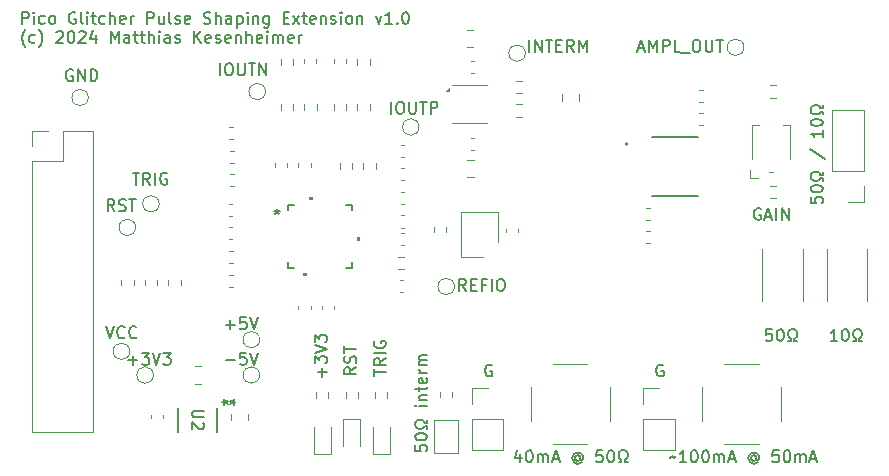
<source format=gbr>
%TF.GenerationSoftware,KiCad,Pcbnew,8.0.6*%
%TF.CreationDate,2024-12-30T16:19:15+01:00*%
%TF.ProjectId,pico-glitcher-v2.1-extension,7069636f-2d67-46c6-9974-636865722d76,rev?*%
%TF.SameCoordinates,PX3d09000PY6590fa0*%
%TF.FileFunction,Legend,Top*%
%TF.FilePolarity,Positive*%
%FSLAX46Y46*%
G04 Gerber Fmt 4.6, Leading zero omitted, Abs format (unit mm)*
G04 Created by KiCad (PCBNEW 8.0.6) date 2024-12-30 16:19:15*
%MOMM*%
%LPD*%
G01*
G04 APERTURE LIST*
%ADD10C,0.150000*%
%ADD11C,0.120000*%
%ADD12C,0.000000*%
%ADD13C,0.152400*%
%ADD14C,0.200000*%
%ADD15C,0.127000*%
G04 APERTURE END LIST*
D10*
X18836779Y9261134D02*
X19598684Y9261134D01*
X20551064Y9880181D02*
X20074874Y9880181D01*
X20074874Y9880181D02*
X20027255Y9403991D01*
X20027255Y9403991D02*
X20074874Y9451610D01*
X20074874Y9451610D02*
X20170112Y9499229D01*
X20170112Y9499229D02*
X20408207Y9499229D01*
X20408207Y9499229D02*
X20503445Y9451610D01*
X20503445Y9451610D02*
X20551064Y9403991D01*
X20551064Y9403991D02*
X20598683Y9308753D01*
X20598683Y9308753D02*
X20598683Y9070658D01*
X20598683Y9070658D02*
X20551064Y8975420D01*
X20551064Y8975420D02*
X20503445Y8927800D01*
X20503445Y8927800D02*
X20408207Y8880181D01*
X20408207Y8880181D02*
X20170112Y8880181D01*
X20170112Y8880181D02*
X20074874Y8927800D01*
X20074874Y8927800D02*
X20027255Y8975420D01*
X20884398Y9880181D02*
X21217731Y8880181D01*
X21217731Y8880181D02*
X21551064Y9880181D01*
X43765350Y1296848D02*
X43765350Y630181D01*
X43527255Y1677800D02*
X43289160Y963515D01*
X43289160Y963515D02*
X43908207Y963515D01*
X44479636Y1630181D02*
X44574874Y1630181D01*
X44574874Y1630181D02*
X44670112Y1582562D01*
X44670112Y1582562D02*
X44717731Y1534943D01*
X44717731Y1534943D02*
X44765350Y1439705D01*
X44765350Y1439705D02*
X44812969Y1249229D01*
X44812969Y1249229D02*
X44812969Y1011134D01*
X44812969Y1011134D02*
X44765350Y820658D01*
X44765350Y820658D02*
X44717731Y725420D01*
X44717731Y725420D02*
X44670112Y677800D01*
X44670112Y677800D02*
X44574874Y630181D01*
X44574874Y630181D02*
X44479636Y630181D01*
X44479636Y630181D02*
X44384398Y677800D01*
X44384398Y677800D02*
X44336779Y725420D01*
X44336779Y725420D02*
X44289160Y820658D01*
X44289160Y820658D02*
X44241541Y1011134D01*
X44241541Y1011134D02*
X44241541Y1249229D01*
X44241541Y1249229D02*
X44289160Y1439705D01*
X44289160Y1439705D02*
X44336779Y1534943D01*
X44336779Y1534943D02*
X44384398Y1582562D01*
X44384398Y1582562D02*
X44479636Y1630181D01*
X45241541Y630181D02*
X45241541Y1296848D01*
X45241541Y1201610D02*
X45289160Y1249229D01*
X45289160Y1249229D02*
X45384398Y1296848D01*
X45384398Y1296848D02*
X45527255Y1296848D01*
X45527255Y1296848D02*
X45622493Y1249229D01*
X45622493Y1249229D02*
X45670112Y1153991D01*
X45670112Y1153991D02*
X45670112Y630181D01*
X45670112Y1153991D02*
X45717731Y1249229D01*
X45717731Y1249229D02*
X45812969Y1296848D01*
X45812969Y1296848D02*
X45955826Y1296848D01*
X45955826Y1296848D02*
X46051065Y1249229D01*
X46051065Y1249229D02*
X46098684Y1153991D01*
X46098684Y1153991D02*
X46098684Y630181D01*
X46527255Y915896D02*
X47003445Y915896D01*
X46432017Y630181D02*
X46765350Y1630181D01*
X46765350Y1630181D02*
X47098683Y630181D01*
X48812969Y1106372D02*
X48765350Y1153991D01*
X48765350Y1153991D02*
X48670112Y1201610D01*
X48670112Y1201610D02*
X48574874Y1201610D01*
X48574874Y1201610D02*
X48479636Y1153991D01*
X48479636Y1153991D02*
X48432017Y1106372D01*
X48432017Y1106372D02*
X48384398Y1011134D01*
X48384398Y1011134D02*
X48384398Y915896D01*
X48384398Y915896D02*
X48432017Y820658D01*
X48432017Y820658D02*
X48479636Y773039D01*
X48479636Y773039D02*
X48574874Y725420D01*
X48574874Y725420D02*
X48670112Y725420D01*
X48670112Y725420D02*
X48765350Y773039D01*
X48765350Y773039D02*
X48812969Y820658D01*
X48812969Y1201610D02*
X48812969Y820658D01*
X48812969Y820658D02*
X48860588Y773039D01*
X48860588Y773039D02*
X48908207Y773039D01*
X48908207Y773039D02*
X49003446Y820658D01*
X49003446Y820658D02*
X49051065Y915896D01*
X49051065Y915896D02*
X49051065Y1153991D01*
X49051065Y1153991D02*
X48955827Y1296848D01*
X48955827Y1296848D02*
X48812969Y1392086D01*
X48812969Y1392086D02*
X48622493Y1439705D01*
X48622493Y1439705D02*
X48432017Y1392086D01*
X48432017Y1392086D02*
X48289160Y1296848D01*
X48289160Y1296848D02*
X48193922Y1153991D01*
X48193922Y1153991D02*
X48146303Y963515D01*
X48146303Y963515D02*
X48193922Y773039D01*
X48193922Y773039D02*
X48289160Y630181D01*
X48289160Y630181D02*
X48432017Y534943D01*
X48432017Y534943D02*
X48622493Y487324D01*
X48622493Y487324D02*
X48812969Y534943D01*
X48812969Y534943D02*
X48955827Y630181D01*
X50717731Y1630181D02*
X50241541Y1630181D01*
X50241541Y1630181D02*
X50193922Y1153991D01*
X50193922Y1153991D02*
X50241541Y1201610D01*
X50241541Y1201610D02*
X50336779Y1249229D01*
X50336779Y1249229D02*
X50574874Y1249229D01*
X50574874Y1249229D02*
X50670112Y1201610D01*
X50670112Y1201610D02*
X50717731Y1153991D01*
X50717731Y1153991D02*
X50765350Y1058753D01*
X50765350Y1058753D02*
X50765350Y820658D01*
X50765350Y820658D02*
X50717731Y725420D01*
X50717731Y725420D02*
X50670112Y677800D01*
X50670112Y677800D02*
X50574874Y630181D01*
X50574874Y630181D02*
X50336779Y630181D01*
X50336779Y630181D02*
X50241541Y677800D01*
X50241541Y677800D02*
X50193922Y725420D01*
X51384398Y1630181D02*
X51479636Y1630181D01*
X51479636Y1630181D02*
X51574874Y1582562D01*
X51574874Y1582562D02*
X51622493Y1534943D01*
X51622493Y1534943D02*
X51670112Y1439705D01*
X51670112Y1439705D02*
X51717731Y1249229D01*
X51717731Y1249229D02*
X51717731Y1011134D01*
X51717731Y1011134D02*
X51670112Y820658D01*
X51670112Y820658D02*
X51622493Y725420D01*
X51622493Y725420D02*
X51574874Y677800D01*
X51574874Y677800D02*
X51479636Y630181D01*
X51479636Y630181D02*
X51384398Y630181D01*
X51384398Y630181D02*
X51289160Y677800D01*
X51289160Y677800D02*
X51241541Y725420D01*
X51241541Y725420D02*
X51193922Y820658D01*
X51193922Y820658D02*
X51146303Y1011134D01*
X51146303Y1011134D02*
X51146303Y1249229D01*
X51146303Y1249229D02*
X51193922Y1439705D01*
X51193922Y1439705D02*
X51241541Y1534943D01*
X51241541Y1534943D02*
X51289160Y1582562D01*
X51289160Y1582562D02*
X51384398Y1630181D01*
X52098684Y630181D02*
X52336779Y630181D01*
X52336779Y630181D02*
X52336779Y820658D01*
X52336779Y820658D02*
X52241541Y868277D01*
X52241541Y868277D02*
X52146303Y963515D01*
X52146303Y963515D02*
X52098684Y1106372D01*
X52098684Y1106372D02*
X52098684Y1344467D01*
X52098684Y1344467D02*
X52146303Y1487324D01*
X52146303Y1487324D02*
X52241541Y1582562D01*
X52241541Y1582562D02*
X52384398Y1630181D01*
X52384398Y1630181D02*
X52574874Y1630181D01*
X52574874Y1630181D02*
X52717731Y1582562D01*
X52717731Y1582562D02*
X52812969Y1487324D01*
X52812969Y1487324D02*
X52860588Y1344467D01*
X52860588Y1344467D02*
X52860588Y1106372D01*
X52860588Y1106372D02*
X52812969Y963515D01*
X52812969Y963515D02*
X52717731Y868277D01*
X52717731Y868277D02*
X52622493Y820658D01*
X52622493Y820658D02*
X52622493Y630181D01*
X52622493Y630181D02*
X52860588Y630181D01*
X9408207Y21880181D02*
X9074874Y22356372D01*
X8836779Y21880181D02*
X8836779Y22880181D01*
X8836779Y22880181D02*
X9217731Y22880181D01*
X9217731Y22880181D02*
X9312969Y22832562D01*
X9312969Y22832562D02*
X9360588Y22784943D01*
X9360588Y22784943D02*
X9408207Y22689705D01*
X9408207Y22689705D02*
X9408207Y22546848D01*
X9408207Y22546848D02*
X9360588Y22451610D01*
X9360588Y22451610D02*
X9312969Y22403991D01*
X9312969Y22403991D02*
X9217731Y22356372D01*
X9217731Y22356372D02*
X8836779Y22356372D01*
X9789160Y21927800D02*
X9932017Y21880181D01*
X9932017Y21880181D02*
X10170112Y21880181D01*
X10170112Y21880181D02*
X10265350Y21927800D01*
X10265350Y21927800D02*
X10312969Y21975420D01*
X10312969Y21975420D02*
X10360588Y22070658D01*
X10360588Y22070658D02*
X10360588Y22165896D01*
X10360588Y22165896D02*
X10312969Y22261134D01*
X10312969Y22261134D02*
X10265350Y22308753D01*
X10265350Y22308753D02*
X10170112Y22356372D01*
X10170112Y22356372D02*
X9979636Y22403991D01*
X9979636Y22403991D02*
X9884398Y22451610D01*
X9884398Y22451610D02*
X9836779Y22499229D01*
X9836779Y22499229D02*
X9789160Y22594467D01*
X9789160Y22594467D02*
X9789160Y22689705D01*
X9789160Y22689705D02*
X9836779Y22784943D01*
X9836779Y22784943D02*
X9884398Y22832562D01*
X9884398Y22832562D02*
X9979636Y22880181D01*
X9979636Y22880181D02*
X10217731Y22880181D01*
X10217731Y22880181D02*
X10360588Y22832562D01*
X10646303Y22880181D02*
X11217731Y22880181D01*
X10932017Y21880181D02*
X10932017Y22880181D01*
X68369819Y23062970D02*
X68369819Y22586780D01*
X68369819Y22586780D02*
X68846009Y22539161D01*
X68846009Y22539161D02*
X68798390Y22586780D01*
X68798390Y22586780D02*
X68750771Y22682018D01*
X68750771Y22682018D02*
X68750771Y22920113D01*
X68750771Y22920113D02*
X68798390Y23015351D01*
X68798390Y23015351D02*
X68846009Y23062970D01*
X68846009Y23062970D02*
X68941247Y23110589D01*
X68941247Y23110589D02*
X69179342Y23110589D01*
X69179342Y23110589D02*
X69274580Y23062970D01*
X69274580Y23062970D02*
X69322200Y23015351D01*
X69322200Y23015351D02*
X69369819Y22920113D01*
X69369819Y22920113D02*
X69369819Y22682018D01*
X69369819Y22682018D02*
X69322200Y22586780D01*
X69322200Y22586780D02*
X69274580Y22539161D01*
X68369819Y23729637D02*
X68369819Y23824875D01*
X68369819Y23824875D02*
X68417438Y23920113D01*
X68417438Y23920113D02*
X68465057Y23967732D01*
X68465057Y23967732D02*
X68560295Y24015351D01*
X68560295Y24015351D02*
X68750771Y24062970D01*
X68750771Y24062970D02*
X68988866Y24062970D01*
X68988866Y24062970D02*
X69179342Y24015351D01*
X69179342Y24015351D02*
X69274580Y23967732D01*
X69274580Y23967732D02*
X69322200Y23920113D01*
X69322200Y23920113D02*
X69369819Y23824875D01*
X69369819Y23824875D02*
X69369819Y23729637D01*
X69369819Y23729637D02*
X69322200Y23634399D01*
X69322200Y23634399D02*
X69274580Y23586780D01*
X69274580Y23586780D02*
X69179342Y23539161D01*
X69179342Y23539161D02*
X68988866Y23491542D01*
X68988866Y23491542D02*
X68750771Y23491542D01*
X68750771Y23491542D02*
X68560295Y23539161D01*
X68560295Y23539161D02*
X68465057Y23586780D01*
X68465057Y23586780D02*
X68417438Y23634399D01*
X68417438Y23634399D02*
X68369819Y23729637D01*
X69369819Y24443923D02*
X69369819Y24682018D01*
X69369819Y24682018D02*
X69179342Y24682018D01*
X69179342Y24682018D02*
X69131723Y24586780D01*
X69131723Y24586780D02*
X69036485Y24491542D01*
X69036485Y24491542D02*
X68893628Y24443923D01*
X68893628Y24443923D02*
X68655533Y24443923D01*
X68655533Y24443923D02*
X68512676Y24491542D01*
X68512676Y24491542D02*
X68417438Y24586780D01*
X68417438Y24586780D02*
X68369819Y24729637D01*
X68369819Y24729637D02*
X68369819Y24920113D01*
X68369819Y24920113D02*
X68417438Y25062970D01*
X68417438Y25062970D02*
X68512676Y25158208D01*
X68512676Y25158208D02*
X68655533Y25205827D01*
X68655533Y25205827D02*
X68893628Y25205827D01*
X68893628Y25205827D02*
X69036485Y25158208D01*
X69036485Y25158208D02*
X69131723Y25062970D01*
X69131723Y25062970D02*
X69179342Y24967732D01*
X69179342Y24967732D02*
X69369819Y24967732D01*
X69369819Y24967732D02*
X69369819Y25205827D01*
X68322200Y27110589D02*
X69607914Y26253447D01*
X69369819Y28729637D02*
X69369819Y28158209D01*
X69369819Y28443923D02*
X68369819Y28443923D01*
X68369819Y28443923D02*
X68512676Y28348685D01*
X68512676Y28348685D02*
X68607914Y28253447D01*
X68607914Y28253447D02*
X68655533Y28158209D01*
X68369819Y29348685D02*
X68369819Y29443923D01*
X68369819Y29443923D02*
X68417438Y29539161D01*
X68417438Y29539161D02*
X68465057Y29586780D01*
X68465057Y29586780D02*
X68560295Y29634399D01*
X68560295Y29634399D02*
X68750771Y29682018D01*
X68750771Y29682018D02*
X68988866Y29682018D01*
X68988866Y29682018D02*
X69179342Y29634399D01*
X69179342Y29634399D02*
X69274580Y29586780D01*
X69274580Y29586780D02*
X69322200Y29539161D01*
X69322200Y29539161D02*
X69369819Y29443923D01*
X69369819Y29443923D02*
X69369819Y29348685D01*
X69369819Y29348685D02*
X69322200Y29253447D01*
X69322200Y29253447D02*
X69274580Y29205828D01*
X69274580Y29205828D02*
X69179342Y29158209D01*
X69179342Y29158209D02*
X68988866Y29110590D01*
X68988866Y29110590D02*
X68750771Y29110590D01*
X68750771Y29110590D02*
X68560295Y29158209D01*
X68560295Y29158209D02*
X68465057Y29205828D01*
X68465057Y29205828D02*
X68417438Y29253447D01*
X68417438Y29253447D02*
X68369819Y29348685D01*
X69369819Y30062971D02*
X69369819Y30301066D01*
X69369819Y30301066D02*
X69179342Y30301066D01*
X69179342Y30301066D02*
X69131723Y30205828D01*
X69131723Y30205828D02*
X69036485Y30110590D01*
X69036485Y30110590D02*
X68893628Y30062971D01*
X68893628Y30062971D02*
X68655533Y30062971D01*
X68655533Y30062971D02*
X68512676Y30110590D01*
X68512676Y30110590D02*
X68417438Y30205828D01*
X68417438Y30205828D02*
X68369819Y30348685D01*
X68369819Y30348685D02*
X68369819Y30539161D01*
X68369819Y30539161D02*
X68417438Y30682018D01*
X68417438Y30682018D02*
X68512676Y30777256D01*
X68512676Y30777256D02*
X68655533Y30824875D01*
X68655533Y30824875D02*
X68893628Y30824875D01*
X68893628Y30824875D02*
X69036485Y30777256D01*
X69036485Y30777256D02*
X69131723Y30682018D01*
X69131723Y30682018D02*
X69179342Y30586780D01*
X69179342Y30586780D02*
X69369819Y30586780D01*
X69369819Y30586780D02*
X69369819Y30824875D01*
X8693922Y12130181D02*
X9027255Y11130181D01*
X9027255Y11130181D02*
X9360588Y12130181D01*
X10265350Y11225420D02*
X10217731Y11177800D01*
X10217731Y11177800D02*
X10074874Y11130181D01*
X10074874Y11130181D02*
X9979636Y11130181D01*
X9979636Y11130181D02*
X9836779Y11177800D01*
X9836779Y11177800D02*
X9741541Y11273039D01*
X9741541Y11273039D02*
X9693922Y11368277D01*
X9693922Y11368277D02*
X9646303Y11558753D01*
X9646303Y11558753D02*
X9646303Y11701610D01*
X9646303Y11701610D02*
X9693922Y11892086D01*
X9693922Y11892086D02*
X9741541Y11987324D01*
X9741541Y11987324D02*
X9836779Y12082562D01*
X9836779Y12082562D02*
X9979636Y12130181D01*
X9979636Y12130181D02*
X10074874Y12130181D01*
X10074874Y12130181D02*
X10217731Y12082562D01*
X10217731Y12082562D02*
X10265350Y12034943D01*
X11265350Y11225420D02*
X11217731Y11177800D01*
X11217731Y11177800D02*
X11074874Y11130181D01*
X11074874Y11130181D02*
X10979636Y11130181D01*
X10979636Y11130181D02*
X10836779Y11177800D01*
X10836779Y11177800D02*
X10741541Y11273039D01*
X10741541Y11273039D02*
X10693922Y11368277D01*
X10693922Y11368277D02*
X10646303Y11558753D01*
X10646303Y11558753D02*
X10646303Y11701610D01*
X10646303Y11701610D02*
X10693922Y11892086D01*
X10693922Y11892086D02*
X10741541Y11987324D01*
X10741541Y11987324D02*
X10836779Y12082562D01*
X10836779Y12082562D02*
X10979636Y12130181D01*
X10979636Y12130181D02*
X11074874Y12130181D01*
X11074874Y12130181D02*
X11217731Y12082562D01*
X11217731Y12082562D02*
X11265350Y12034943D01*
X70610588Y10880181D02*
X70039160Y10880181D01*
X70324874Y10880181D02*
X70324874Y11880181D01*
X70324874Y11880181D02*
X70229636Y11737324D01*
X70229636Y11737324D02*
X70134398Y11642086D01*
X70134398Y11642086D02*
X70039160Y11594467D01*
X71229636Y11880181D02*
X71324874Y11880181D01*
X71324874Y11880181D02*
X71420112Y11832562D01*
X71420112Y11832562D02*
X71467731Y11784943D01*
X71467731Y11784943D02*
X71515350Y11689705D01*
X71515350Y11689705D02*
X71562969Y11499229D01*
X71562969Y11499229D02*
X71562969Y11261134D01*
X71562969Y11261134D02*
X71515350Y11070658D01*
X71515350Y11070658D02*
X71467731Y10975420D01*
X71467731Y10975420D02*
X71420112Y10927800D01*
X71420112Y10927800D02*
X71324874Y10880181D01*
X71324874Y10880181D02*
X71229636Y10880181D01*
X71229636Y10880181D02*
X71134398Y10927800D01*
X71134398Y10927800D02*
X71086779Y10975420D01*
X71086779Y10975420D02*
X71039160Y11070658D01*
X71039160Y11070658D02*
X70991541Y11261134D01*
X70991541Y11261134D02*
X70991541Y11499229D01*
X70991541Y11499229D02*
X71039160Y11689705D01*
X71039160Y11689705D02*
X71086779Y11784943D01*
X71086779Y11784943D02*
X71134398Y11832562D01*
X71134398Y11832562D02*
X71229636Y11880181D01*
X71943922Y10880181D02*
X72182017Y10880181D01*
X72182017Y10880181D02*
X72182017Y11070658D01*
X72182017Y11070658D02*
X72086779Y11118277D01*
X72086779Y11118277D02*
X71991541Y11213515D01*
X71991541Y11213515D02*
X71943922Y11356372D01*
X71943922Y11356372D02*
X71943922Y11594467D01*
X71943922Y11594467D02*
X71991541Y11737324D01*
X71991541Y11737324D02*
X72086779Y11832562D01*
X72086779Y11832562D02*
X72229636Y11880181D01*
X72229636Y11880181D02*
X72420112Y11880181D01*
X72420112Y11880181D02*
X72562969Y11832562D01*
X72562969Y11832562D02*
X72658207Y11737324D01*
X72658207Y11737324D02*
X72705826Y11594467D01*
X72705826Y11594467D02*
X72705826Y11356372D01*
X72705826Y11356372D02*
X72658207Y11213515D01*
X72658207Y11213515D02*
X72562969Y11118277D01*
X72562969Y11118277D02*
X72467731Y11070658D01*
X72467731Y11070658D02*
X72467731Y10880181D01*
X72467731Y10880181D02*
X72705826Y10880181D01*
X41360588Y8832562D02*
X41265350Y8880181D01*
X41265350Y8880181D02*
X41122493Y8880181D01*
X41122493Y8880181D02*
X40979636Y8832562D01*
X40979636Y8832562D02*
X40884398Y8737324D01*
X40884398Y8737324D02*
X40836779Y8642086D01*
X40836779Y8642086D02*
X40789160Y8451610D01*
X40789160Y8451610D02*
X40789160Y8308753D01*
X40789160Y8308753D02*
X40836779Y8118277D01*
X40836779Y8118277D02*
X40884398Y8023039D01*
X40884398Y8023039D02*
X40979636Y7927800D01*
X40979636Y7927800D02*
X41122493Y7880181D01*
X41122493Y7880181D02*
X41217731Y7880181D01*
X41217731Y7880181D02*
X41360588Y7927800D01*
X41360588Y7927800D02*
X41408207Y7975420D01*
X41408207Y7975420D02*
X41408207Y8308753D01*
X41408207Y8308753D02*
X41217731Y8308753D01*
X53789160Y35665896D02*
X54265350Y35665896D01*
X53693922Y35380181D02*
X54027255Y36380181D01*
X54027255Y36380181D02*
X54360588Y35380181D01*
X54693922Y35380181D02*
X54693922Y36380181D01*
X54693922Y36380181D02*
X55027255Y35665896D01*
X55027255Y35665896D02*
X55360588Y36380181D01*
X55360588Y36380181D02*
X55360588Y35380181D01*
X55836779Y35380181D02*
X55836779Y36380181D01*
X55836779Y36380181D02*
X56217731Y36380181D01*
X56217731Y36380181D02*
X56312969Y36332562D01*
X56312969Y36332562D02*
X56360588Y36284943D01*
X56360588Y36284943D02*
X56408207Y36189705D01*
X56408207Y36189705D02*
X56408207Y36046848D01*
X56408207Y36046848D02*
X56360588Y35951610D01*
X56360588Y35951610D02*
X56312969Y35903991D01*
X56312969Y35903991D02*
X56217731Y35856372D01*
X56217731Y35856372D02*
X55836779Y35856372D01*
X57312969Y35380181D02*
X56836779Y35380181D01*
X56836779Y35380181D02*
X56836779Y36380181D01*
X57408208Y35284943D02*
X58170112Y35284943D01*
X58598684Y36380181D02*
X58789160Y36380181D01*
X58789160Y36380181D02*
X58884398Y36332562D01*
X58884398Y36332562D02*
X58979636Y36237324D01*
X58979636Y36237324D02*
X59027255Y36046848D01*
X59027255Y36046848D02*
X59027255Y35713515D01*
X59027255Y35713515D02*
X58979636Y35523039D01*
X58979636Y35523039D02*
X58884398Y35427800D01*
X58884398Y35427800D02*
X58789160Y35380181D01*
X58789160Y35380181D02*
X58598684Y35380181D01*
X58598684Y35380181D02*
X58503446Y35427800D01*
X58503446Y35427800D02*
X58408208Y35523039D01*
X58408208Y35523039D02*
X58360589Y35713515D01*
X58360589Y35713515D02*
X58360589Y36046848D01*
X58360589Y36046848D02*
X58408208Y36237324D01*
X58408208Y36237324D02*
X58503446Y36332562D01*
X58503446Y36332562D02*
X58598684Y36380181D01*
X59455827Y36380181D02*
X59455827Y35570658D01*
X59455827Y35570658D02*
X59503446Y35475420D01*
X59503446Y35475420D02*
X59551065Y35427800D01*
X59551065Y35427800D02*
X59646303Y35380181D01*
X59646303Y35380181D02*
X59836779Y35380181D01*
X59836779Y35380181D02*
X59932017Y35427800D01*
X59932017Y35427800D02*
X59979636Y35475420D01*
X59979636Y35475420D02*
X60027255Y35570658D01*
X60027255Y35570658D02*
X60027255Y36380181D01*
X60360589Y36380181D02*
X60932017Y36380181D01*
X60646303Y35380181D02*
X60646303Y36380181D01*
X32836779Y30130181D02*
X32836779Y31130181D01*
X33503445Y31130181D02*
X33693921Y31130181D01*
X33693921Y31130181D02*
X33789159Y31082562D01*
X33789159Y31082562D02*
X33884397Y30987324D01*
X33884397Y30987324D02*
X33932016Y30796848D01*
X33932016Y30796848D02*
X33932016Y30463515D01*
X33932016Y30463515D02*
X33884397Y30273039D01*
X33884397Y30273039D02*
X33789159Y30177800D01*
X33789159Y30177800D02*
X33693921Y30130181D01*
X33693921Y30130181D02*
X33503445Y30130181D01*
X33503445Y30130181D02*
X33408207Y30177800D01*
X33408207Y30177800D02*
X33312969Y30273039D01*
X33312969Y30273039D02*
X33265350Y30463515D01*
X33265350Y30463515D02*
X33265350Y30796848D01*
X33265350Y30796848D02*
X33312969Y30987324D01*
X33312969Y30987324D02*
X33408207Y31082562D01*
X33408207Y31082562D02*
X33503445Y31130181D01*
X34360588Y31130181D02*
X34360588Y30320658D01*
X34360588Y30320658D02*
X34408207Y30225420D01*
X34408207Y30225420D02*
X34455826Y30177800D01*
X34455826Y30177800D02*
X34551064Y30130181D01*
X34551064Y30130181D02*
X34741540Y30130181D01*
X34741540Y30130181D02*
X34836778Y30177800D01*
X34836778Y30177800D02*
X34884397Y30225420D01*
X34884397Y30225420D02*
X34932016Y30320658D01*
X34932016Y30320658D02*
X34932016Y31130181D01*
X35265350Y31130181D02*
X35836778Y31130181D01*
X35551064Y30130181D02*
X35551064Y31130181D01*
X36170112Y30130181D02*
X36170112Y31130181D01*
X36170112Y31130181D02*
X36551064Y31130181D01*
X36551064Y31130181D02*
X36646302Y31082562D01*
X36646302Y31082562D02*
X36693921Y31034943D01*
X36693921Y31034943D02*
X36741540Y30939705D01*
X36741540Y30939705D02*
X36741540Y30796848D01*
X36741540Y30796848D02*
X36693921Y30701610D01*
X36693921Y30701610D02*
X36646302Y30653991D01*
X36646302Y30653991D02*
X36551064Y30606372D01*
X36551064Y30606372D02*
X36170112Y30606372D01*
X34869819Y2062970D02*
X34869819Y1586780D01*
X34869819Y1586780D02*
X35346009Y1539161D01*
X35346009Y1539161D02*
X35298390Y1586780D01*
X35298390Y1586780D02*
X35250771Y1682018D01*
X35250771Y1682018D02*
X35250771Y1920113D01*
X35250771Y1920113D02*
X35298390Y2015351D01*
X35298390Y2015351D02*
X35346009Y2062970D01*
X35346009Y2062970D02*
X35441247Y2110589D01*
X35441247Y2110589D02*
X35679342Y2110589D01*
X35679342Y2110589D02*
X35774580Y2062970D01*
X35774580Y2062970D02*
X35822200Y2015351D01*
X35822200Y2015351D02*
X35869819Y1920113D01*
X35869819Y1920113D02*
X35869819Y1682018D01*
X35869819Y1682018D02*
X35822200Y1586780D01*
X35822200Y1586780D02*
X35774580Y1539161D01*
X34869819Y2729637D02*
X34869819Y2824875D01*
X34869819Y2824875D02*
X34917438Y2920113D01*
X34917438Y2920113D02*
X34965057Y2967732D01*
X34965057Y2967732D02*
X35060295Y3015351D01*
X35060295Y3015351D02*
X35250771Y3062970D01*
X35250771Y3062970D02*
X35488866Y3062970D01*
X35488866Y3062970D02*
X35679342Y3015351D01*
X35679342Y3015351D02*
X35774580Y2967732D01*
X35774580Y2967732D02*
X35822200Y2920113D01*
X35822200Y2920113D02*
X35869819Y2824875D01*
X35869819Y2824875D02*
X35869819Y2729637D01*
X35869819Y2729637D02*
X35822200Y2634399D01*
X35822200Y2634399D02*
X35774580Y2586780D01*
X35774580Y2586780D02*
X35679342Y2539161D01*
X35679342Y2539161D02*
X35488866Y2491542D01*
X35488866Y2491542D02*
X35250771Y2491542D01*
X35250771Y2491542D02*
X35060295Y2539161D01*
X35060295Y2539161D02*
X34965057Y2586780D01*
X34965057Y2586780D02*
X34917438Y2634399D01*
X34917438Y2634399D02*
X34869819Y2729637D01*
X35869819Y3443923D02*
X35869819Y3682018D01*
X35869819Y3682018D02*
X35679342Y3682018D01*
X35679342Y3682018D02*
X35631723Y3586780D01*
X35631723Y3586780D02*
X35536485Y3491542D01*
X35536485Y3491542D02*
X35393628Y3443923D01*
X35393628Y3443923D02*
X35155533Y3443923D01*
X35155533Y3443923D02*
X35012676Y3491542D01*
X35012676Y3491542D02*
X34917438Y3586780D01*
X34917438Y3586780D02*
X34869819Y3729637D01*
X34869819Y3729637D02*
X34869819Y3920113D01*
X34869819Y3920113D02*
X34917438Y4062970D01*
X34917438Y4062970D02*
X35012676Y4158208D01*
X35012676Y4158208D02*
X35155533Y4205827D01*
X35155533Y4205827D02*
X35393628Y4205827D01*
X35393628Y4205827D02*
X35536485Y4158208D01*
X35536485Y4158208D02*
X35631723Y4062970D01*
X35631723Y4062970D02*
X35679342Y3967732D01*
X35679342Y3967732D02*
X35869819Y3967732D01*
X35869819Y3967732D02*
X35869819Y4205827D01*
X35869819Y5396304D02*
X35203152Y5396304D01*
X34869819Y5396304D02*
X34917438Y5348685D01*
X34917438Y5348685D02*
X34965057Y5396304D01*
X34965057Y5396304D02*
X34917438Y5443923D01*
X34917438Y5443923D02*
X34869819Y5396304D01*
X34869819Y5396304D02*
X34965057Y5396304D01*
X35203152Y5872494D02*
X35869819Y5872494D01*
X35298390Y5872494D02*
X35250771Y5920113D01*
X35250771Y5920113D02*
X35203152Y6015351D01*
X35203152Y6015351D02*
X35203152Y6158208D01*
X35203152Y6158208D02*
X35250771Y6253446D01*
X35250771Y6253446D02*
X35346009Y6301065D01*
X35346009Y6301065D02*
X35869819Y6301065D01*
X35203152Y6634399D02*
X35203152Y7015351D01*
X34869819Y6777256D02*
X35726961Y6777256D01*
X35726961Y6777256D02*
X35822200Y6824875D01*
X35822200Y6824875D02*
X35869819Y6920113D01*
X35869819Y6920113D02*
X35869819Y7015351D01*
X35822200Y7729637D02*
X35869819Y7634399D01*
X35869819Y7634399D02*
X35869819Y7443923D01*
X35869819Y7443923D02*
X35822200Y7348685D01*
X35822200Y7348685D02*
X35726961Y7301066D01*
X35726961Y7301066D02*
X35346009Y7301066D01*
X35346009Y7301066D02*
X35250771Y7348685D01*
X35250771Y7348685D02*
X35203152Y7443923D01*
X35203152Y7443923D02*
X35203152Y7634399D01*
X35203152Y7634399D02*
X35250771Y7729637D01*
X35250771Y7729637D02*
X35346009Y7777256D01*
X35346009Y7777256D02*
X35441247Y7777256D01*
X35441247Y7777256D02*
X35536485Y7301066D01*
X35869819Y8205828D02*
X35203152Y8205828D01*
X35393628Y8205828D02*
X35298390Y8253447D01*
X35298390Y8253447D02*
X35250771Y8301066D01*
X35250771Y8301066D02*
X35203152Y8396304D01*
X35203152Y8396304D02*
X35203152Y8491542D01*
X35869819Y8824876D02*
X35203152Y8824876D01*
X35298390Y8824876D02*
X35250771Y8872495D01*
X35250771Y8872495D02*
X35203152Y8967733D01*
X35203152Y8967733D02*
X35203152Y9110590D01*
X35203152Y9110590D02*
X35250771Y9205828D01*
X35250771Y9205828D02*
X35346009Y9253447D01*
X35346009Y9253447D02*
X35869819Y9253447D01*
X35346009Y9253447D02*
X35250771Y9301066D01*
X35250771Y9301066D02*
X35203152Y9396304D01*
X35203152Y9396304D02*
X35203152Y9539161D01*
X35203152Y9539161D02*
X35250771Y9634400D01*
X35250771Y9634400D02*
X35346009Y9682019D01*
X35346009Y9682019D02*
X35869819Y9682019D01*
X1586779Y37740125D02*
X1586779Y38740125D01*
X1586779Y38740125D02*
X1967731Y38740125D01*
X1967731Y38740125D02*
X2062969Y38692506D01*
X2062969Y38692506D02*
X2110588Y38644887D01*
X2110588Y38644887D02*
X2158207Y38549649D01*
X2158207Y38549649D02*
X2158207Y38406792D01*
X2158207Y38406792D02*
X2110588Y38311554D01*
X2110588Y38311554D02*
X2062969Y38263935D01*
X2062969Y38263935D02*
X1967731Y38216316D01*
X1967731Y38216316D02*
X1586779Y38216316D01*
X2586779Y37740125D02*
X2586779Y38406792D01*
X2586779Y38740125D02*
X2539160Y38692506D01*
X2539160Y38692506D02*
X2586779Y38644887D01*
X2586779Y38644887D02*
X2634398Y38692506D01*
X2634398Y38692506D02*
X2586779Y38740125D01*
X2586779Y38740125D02*
X2586779Y38644887D01*
X3491540Y37787744D02*
X3396302Y37740125D01*
X3396302Y37740125D02*
X3205826Y37740125D01*
X3205826Y37740125D02*
X3110588Y37787744D01*
X3110588Y37787744D02*
X3062969Y37835364D01*
X3062969Y37835364D02*
X3015350Y37930602D01*
X3015350Y37930602D02*
X3015350Y38216316D01*
X3015350Y38216316D02*
X3062969Y38311554D01*
X3062969Y38311554D02*
X3110588Y38359173D01*
X3110588Y38359173D02*
X3205826Y38406792D01*
X3205826Y38406792D02*
X3396302Y38406792D01*
X3396302Y38406792D02*
X3491540Y38359173D01*
X4062969Y37740125D02*
X3967731Y37787744D01*
X3967731Y37787744D02*
X3920112Y37835364D01*
X3920112Y37835364D02*
X3872493Y37930602D01*
X3872493Y37930602D02*
X3872493Y38216316D01*
X3872493Y38216316D02*
X3920112Y38311554D01*
X3920112Y38311554D02*
X3967731Y38359173D01*
X3967731Y38359173D02*
X4062969Y38406792D01*
X4062969Y38406792D02*
X4205826Y38406792D01*
X4205826Y38406792D02*
X4301064Y38359173D01*
X4301064Y38359173D02*
X4348683Y38311554D01*
X4348683Y38311554D02*
X4396302Y38216316D01*
X4396302Y38216316D02*
X4396302Y37930602D01*
X4396302Y37930602D02*
X4348683Y37835364D01*
X4348683Y37835364D02*
X4301064Y37787744D01*
X4301064Y37787744D02*
X4205826Y37740125D01*
X4205826Y37740125D02*
X4062969Y37740125D01*
X6110588Y38692506D02*
X6015350Y38740125D01*
X6015350Y38740125D02*
X5872493Y38740125D01*
X5872493Y38740125D02*
X5729636Y38692506D01*
X5729636Y38692506D02*
X5634398Y38597268D01*
X5634398Y38597268D02*
X5586779Y38502030D01*
X5586779Y38502030D02*
X5539160Y38311554D01*
X5539160Y38311554D02*
X5539160Y38168697D01*
X5539160Y38168697D02*
X5586779Y37978221D01*
X5586779Y37978221D02*
X5634398Y37882983D01*
X5634398Y37882983D02*
X5729636Y37787744D01*
X5729636Y37787744D02*
X5872493Y37740125D01*
X5872493Y37740125D02*
X5967731Y37740125D01*
X5967731Y37740125D02*
X6110588Y37787744D01*
X6110588Y37787744D02*
X6158207Y37835364D01*
X6158207Y37835364D02*
X6158207Y38168697D01*
X6158207Y38168697D02*
X5967731Y38168697D01*
X6729636Y37740125D02*
X6634398Y37787744D01*
X6634398Y37787744D02*
X6586779Y37882983D01*
X6586779Y37882983D02*
X6586779Y38740125D01*
X7110589Y37740125D02*
X7110589Y38406792D01*
X7110589Y38740125D02*
X7062970Y38692506D01*
X7062970Y38692506D02*
X7110589Y38644887D01*
X7110589Y38644887D02*
X7158208Y38692506D01*
X7158208Y38692506D02*
X7110589Y38740125D01*
X7110589Y38740125D02*
X7110589Y38644887D01*
X7443922Y38406792D02*
X7824874Y38406792D01*
X7586779Y38740125D02*
X7586779Y37882983D01*
X7586779Y37882983D02*
X7634398Y37787744D01*
X7634398Y37787744D02*
X7729636Y37740125D01*
X7729636Y37740125D02*
X7824874Y37740125D01*
X8586779Y37787744D02*
X8491541Y37740125D01*
X8491541Y37740125D02*
X8301065Y37740125D01*
X8301065Y37740125D02*
X8205827Y37787744D01*
X8205827Y37787744D02*
X8158208Y37835364D01*
X8158208Y37835364D02*
X8110589Y37930602D01*
X8110589Y37930602D02*
X8110589Y38216316D01*
X8110589Y38216316D02*
X8158208Y38311554D01*
X8158208Y38311554D02*
X8205827Y38359173D01*
X8205827Y38359173D02*
X8301065Y38406792D01*
X8301065Y38406792D02*
X8491541Y38406792D01*
X8491541Y38406792D02*
X8586779Y38359173D01*
X9015351Y37740125D02*
X9015351Y38740125D01*
X9443922Y37740125D02*
X9443922Y38263935D01*
X9443922Y38263935D02*
X9396303Y38359173D01*
X9396303Y38359173D02*
X9301065Y38406792D01*
X9301065Y38406792D02*
X9158208Y38406792D01*
X9158208Y38406792D02*
X9062970Y38359173D01*
X9062970Y38359173D02*
X9015351Y38311554D01*
X10301065Y37787744D02*
X10205827Y37740125D01*
X10205827Y37740125D02*
X10015351Y37740125D01*
X10015351Y37740125D02*
X9920113Y37787744D01*
X9920113Y37787744D02*
X9872494Y37882983D01*
X9872494Y37882983D02*
X9872494Y38263935D01*
X9872494Y38263935D02*
X9920113Y38359173D01*
X9920113Y38359173D02*
X10015351Y38406792D01*
X10015351Y38406792D02*
X10205827Y38406792D01*
X10205827Y38406792D02*
X10301065Y38359173D01*
X10301065Y38359173D02*
X10348684Y38263935D01*
X10348684Y38263935D02*
X10348684Y38168697D01*
X10348684Y38168697D02*
X9872494Y38073459D01*
X10777256Y37740125D02*
X10777256Y38406792D01*
X10777256Y38216316D02*
X10824875Y38311554D01*
X10824875Y38311554D02*
X10872494Y38359173D01*
X10872494Y38359173D02*
X10967732Y38406792D01*
X10967732Y38406792D02*
X11062970Y38406792D01*
X12158209Y37740125D02*
X12158209Y38740125D01*
X12158209Y38740125D02*
X12539161Y38740125D01*
X12539161Y38740125D02*
X12634399Y38692506D01*
X12634399Y38692506D02*
X12682018Y38644887D01*
X12682018Y38644887D02*
X12729637Y38549649D01*
X12729637Y38549649D02*
X12729637Y38406792D01*
X12729637Y38406792D02*
X12682018Y38311554D01*
X12682018Y38311554D02*
X12634399Y38263935D01*
X12634399Y38263935D02*
X12539161Y38216316D01*
X12539161Y38216316D02*
X12158209Y38216316D01*
X13586780Y38406792D02*
X13586780Y37740125D01*
X13158209Y38406792D02*
X13158209Y37882983D01*
X13158209Y37882983D02*
X13205828Y37787744D01*
X13205828Y37787744D02*
X13301066Y37740125D01*
X13301066Y37740125D02*
X13443923Y37740125D01*
X13443923Y37740125D02*
X13539161Y37787744D01*
X13539161Y37787744D02*
X13586780Y37835364D01*
X14205828Y37740125D02*
X14110590Y37787744D01*
X14110590Y37787744D02*
X14062971Y37882983D01*
X14062971Y37882983D02*
X14062971Y38740125D01*
X14539162Y37787744D02*
X14634400Y37740125D01*
X14634400Y37740125D02*
X14824876Y37740125D01*
X14824876Y37740125D02*
X14920114Y37787744D01*
X14920114Y37787744D02*
X14967733Y37882983D01*
X14967733Y37882983D02*
X14967733Y37930602D01*
X14967733Y37930602D02*
X14920114Y38025840D01*
X14920114Y38025840D02*
X14824876Y38073459D01*
X14824876Y38073459D02*
X14682019Y38073459D01*
X14682019Y38073459D02*
X14586781Y38121078D01*
X14586781Y38121078D02*
X14539162Y38216316D01*
X14539162Y38216316D02*
X14539162Y38263935D01*
X14539162Y38263935D02*
X14586781Y38359173D01*
X14586781Y38359173D02*
X14682019Y38406792D01*
X14682019Y38406792D02*
X14824876Y38406792D01*
X14824876Y38406792D02*
X14920114Y38359173D01*
X15777257Y37787744D02*
X15682019Y37740125D01*
X15682019Y37740125D02*
X15491543Y37740125D01*
X15491543Y37740125D02*
X15396305Y37787744D01*
X15396305Y37787744D02*
X15348686Y37882983D01*
X15348686Y37882983D02*
X15348686Y38263935D01*
X15348686Y38263935D02*
X15396305Y38359173D01*
X15396305Y38359173D02*
X15491543Y38406792D01*
X15491543Y38406792D02*
X15682019Y38406792D01*
X15682019Y38406792D02*
X15777257Y38359173D01*
X15777257Y38359173D02*
X15824876Y38263935D01*
X15824876Y38263935D02*
X15824876Y38168697D01*
X15824876Y38168697D02*
X15348686Y38073459D01*
X16967734Y37787744D02*
X17110591Y37740125D01*
X17110591Y37740125D02*
X17348686Y37740125D01*
X17348686Y37740125D02*
X17443924Y37787744D01*
X17443924Y37787744D02*
X17491543Y37835364D01*
X17491543Y37835364D02*
X17539162Y37930602D01*
X17539162Y37930602D02*
X17539162Y38025840D01*
X17539162Y38025840D02*
X17491543Y38121078D01*
X17491543Y38121078D02*
X17443924Y38168697D01*
X17443924Y38168697D02*
X17348686Y38216316D01*
X17348686Y38216316D02*
X17158210Y38263935D01*
X17158210Y38263935D02*
X17062972Y38311554D01*
X17062972Y38311554D02*
X17015353Y38359173D01*
X17015353Y38359173D02*
X16967734Y38454411D01*
X16967734Y38454411D02*
X16967734Y38549649D01*
X16967734Y38549649D02*
X17015353Y38644887D01*
X17015353Y38644887D02*
X17062972Y38692506D01*
X17062972Y38692506D02*
X17158210Y38740125D01*
X17158210Y38740125D02*
X17396305Y38740125D01*
X17396305Y38740125D02*
X17539162Y38692506D01*
X17967734Y37740125D02*
X17967734Y38740125D01*
X18396305Y37740125D02*
X18396305Y38263935D01*
X18396305Y38263935D02*
X18348686Y38359173D01*
X18348686Y38359173D02*
X18253448Y38406792D01*
X18253448Y38406792D02*
X18110591Y38406792D01*
X18110591Y38406792D02*
X18015353Y38359173D01*
X18015353Y38359173D02*
X17967734Y38311554D01*
X19301067Y37740125D02*
X19301067Y38263935D01*
X19301067Y38263935D02*
X19253448Y38359173D01*
X19253448Y38359173D02*
X19158210Y38406792D01*
X19158210Y38406792D02*
X18967734Y38406792D01*
X18967734Y38406792D02*
X18872496Y38359173D01*
X19301067Y37787744D02*
X19205829Y37740125D01*
X19205829Y37740125D02*
X18967734Y37740125D01*
X18967734Y37740125D02*
X18872496Y37787744D01*
X18872496Y37787744D02*
X18824877Y37882983D01*
X18824877Y37882983D02*
X18824877Y37978221D01*
X18824877Y37978221D02*
X18872496Y38073459D01*
X18872496Y38073459D02*
X18967734Y38121078D01*
X18967734Y38121078D02*
X19205829Y38121078D01*
X19205829Y38121078D02*
X19301067Y38168697D01*
X19777258Y38406792D02*
X19777258Y37406792D01*
X19777258Y38359173D02*
X19872496Y38406792D01*
X19872496Y38406792D02*
X20062972Y38406792D01*
X20062972Y38406792D02*
X20158210Y38359173D01*
X20158210Y38359173D02*
X20205829Y38311554D01*
X20205829Y38311554D02*
X20253448Y38216316D01*
X20253448Y38216316D02*
X20253448Y37930602D01*
X20253448Y37930602D02*
X20205829Y37835364D01*
X20205829Y37835364D02*
X20158210Y37787744D01*
X20158210Y37787744D02*
X20062972Y37740125D01*
X20062972Y37740125D02*
X19872496Y37740125D01*
X19872496Y37740125D02*
X19777258Y37787744D01*
X20682020Y37740125D02*
X20682020Y38406792D01*
X20682020Y38740125D02*
X20634401Y38692506D01*
X20634401Y38692506D02*
X20682020Y38644887D01*
X20682020Y38644887D02*
X20729639Y38692506D01*
X20729639Y38692506D02*
X20682020Y38740125D01*
X20682020Y38740125D02*
X20682020Y38644887D01*
X21158210Y38406792D02*
X21158210Y37740125D01*
X21158210Y38311554D02*
X21205829Y38359173D01*
X21205829Y38359173D02*
X21301067Y38406792D01*
X21301067Y38406792D02*
X21443924Y38406792D01*
X21443924Y38406792D02*
X21539162Y38359173D01*
X21539162Y38359173D02*
X21586781Y38263935D01*
X21586781Y38263935D02*
X21586781Y37740125D01*
X22491543Y38406792D02*
X22491543Y37597268D01*
X22491543Y37597268D02*
X22443924Y37502030D01*
X22443924Y37502030D02*
X22396305Y37454411D01*
X22396305Y37454411D02*
X22301067Y37406792D01*
X22301067Y37406792D02*
X22158210Y37406792D01*
X22158210Y37406792D02*
X22062972Y37454411D01*
X22491543Y37787744D02*
X22396305Y37740125D01*
X22396305Y37740125D02*
X22205829Y37740125D01*
X22205829Y37740125D02*
X22110591Y37787744D01*
X22110591Y37787744D02*
X22062972Y37835364D01*
X22062972Y37835364D02*
X22015353Y37930602D01*
X22015353Y37930602D02*
X22015353Y38216316D01*
X22015353Y38216316D02*
X22062972Y38311554D01*
X22062972Y38311554D02*
X22110591Y38359173D01*
X22110591Y38359173D02*
X22205829Y38406792D01*
X22205829Y38406792D02*
X22396305Y38406792D01*
X22396305Y38406792D02*
X22491543Y38359173D01*
X23729639Y38263935D02*
X24062972Y38263935D01*
X24205829Y37740125D02*
X23729639Y37740125D01*
X23729639Y37740125D02*
X23729639Y38740125D01*
X23729639Y38740125D02*
X24205829Y38740125D01*
X24539163Y37740125D02*
X25062972Y38406792D01*
X24539163Y38406792D02*
X25062972Y37740125D01*
X25301068Y38406792D02*
X25682020Y38406792D01*
X25443925Y38740125D02*
X25443925Y37882983D01*
X25443925Y37882983D02*
X25491544Y37787744D01*
X25491544Y37787744D02*
X25586782Y37740125D01*
X25586782Y37740125D02*
X25682020Y37740125D01*
X26396306Y37787744D02*
X26301068Y37740125D01*
X26301068Y37740125D02*
X26110592Y37740125D01*
X26110592Y37740125D02*
X26015354Y37787744D01*
X26015354Y37787744D02*
X25967735Y37882983D01*
X25967735Y37882983D02*
X25967735Y38263935D01*
X25967735Y38263935D02*
X26015354Y38359173D01*
X26015354Y38359173D02*
X26110592Y38406792D01*
X26110592Y38406792D02*
X26301068Y38406792D01*
X26301068Y38406792D02*
X26396306Y38359173D01*
X26396306Y38359173D02*
X26443925Y38263935D01*
X26443925Y38263935D02*
X26443925Y38168697D01*
X26443925Y38168697D02*
X25967735Y38073459D01*
X26872497Y38406792D02*
X26872497Y37740125D01*
X26872497Y38311554D02*
X26920116Y38359173D01*
X26920116Y38359173D02*
X27015354Y38406792D01*
X27015354Y38406792D02*
X27158211Y38406792D01*
X27158211Y38406792D02*
X27253449Y38359173D01*
X27253449Y38359173D02*
X27301068Y38263935D01*
X27301068Y38263935D02*
X27301068Y37740125D01*
X27729640Y37787744D02*
X27824878Y37740125D01*
X27824878Y37740125D02*
X28015354Y37740125D01*
X28015354Y37740125D02*
X28110592Y37787744D01*
X28110592Y37787744D02*
X28158211Y37882983D01*
X28158211Y37882983D02*
X28158211Y37930602D01*
X28158211Y37930602D02*
X28110592Y38025840D01*
X28110592Y38025840D02*
X28015354Y38073459D01*
X28015354Y38073459D02*
X27872497Y38073459D01*
X27872497Y38073459D02*
X27777259Y38121078D01*
X27777259Y38121078D02*
X27729640Y38216316D01*
X27729640Y38216316D02*
X27729640Y38263935D01*
X27729640Y38263935D02*
X27777259Y38359173D01*
X27777259Y38359173D02*
X27872497Y38406792D01*
X27872497Y38406792D02*
X28015354Y38406792D01*
X28015354Y38406792D02*
X28110592Y38359173D01*
X28586783Y37740125D02*
X28586783Y38406792D01*
X28586783Y38740125D02*
X28539164Y38692506D01*
X28539164Y38692506D02*
X28586783Y38644887D01*
X28586783Y38644887D02*
X28634402Y38692506D01*
X28634402Y38692506D02*
X28586783Y38740125D01*
X28586783Y38740125D02*
X28586783Y38644887D01*
X29205830Y37740125D02*
X29110592Y37787744D01*
X29110592Y37787744D02*
X29062973Y37835364D01*
X29062973Y37835364D02*
X29015354Y37930602D01*
X29015354Y37930602D02*
X29015354Y38216316D01*
X29015354Y38216316D02*
X29062973Y38311554D01*
X29062973Y38311554D02*
X29110592Y38359173D01*
X29110592Y38359173D02*
X29205830Y38406792D01*
X29205830Y38406792D02*
X29348687Y38406792D01*
X29348687Y38406792D02*
X29443925Y38359173D01*
X29443925Y38359173D02*
X29491544Y38311554D01*
X29491544Y38311554D02*
X29539163Y38216316D01*
X29539163Y38216316D02*
X29539163Y37930602D01*
X29539163Y37930602D02*
X29491544Y37835364D01*
X29491544Y37835364D02*
X29443925Y37787744D01*
X29443925Y37787744D02*
X29348687Y37740125D01*
X29348687Y37740125D02*
X29205830Y37740125D01*
X29967735Y38406792D02*
X29967735Y37740125D01*
X29967735Y38311554D02*
X30015354Y38359173D01*
X30015354Y38359173D02*
X30110592Y38406792D01*
X30110592Y38406792D02*
X30253449Y38406792D01*
X30253449Y38406792D02*
X30348687Y38359173D01*
X30348687Y38359173D02*
X30396306Y38263935D01*
X30396306Y38263935D02*
X30396306Y37740125D01*
X31539164Y38406792D02*
X31777259Y37740125D01*
X31777259Y37740125D02*
X32015354Y38406792D01*
X32920116Y37740125D02*
X32348688Y37740125D01*
X32634402Y37740125D02*
X32634402Y38740125D01*
X32634402Y38740125D02*
X32539164Y38597268D01*
X32539164Y38597268D02*
X32443926Y38502030D01*
X32443926Y38502030D02*
X32348688Y38454411D01*
X33348688Y37835364D02*
X33396307Y37787744D01*
X33396307Y37787744D02*
X33348688Y37740125D01*
X33348688Y37740125D02*
X33301069Y37787744D01*
X33301069Y37787744D02*
X33348688Y37835364D01*
X33348688Y37835364D02*
X33348688Y37740125D01*
X34015354Y38740125D02*
X34110592Y38740125D01*
X34110592Y38740125D02*
X34205830Y38692506D01*
X34205830Y38692506D02*
X34253449Y38644887D01*
X34253449Y38644887D02*
X34301068Y38549649D01*
X34301068Y38549649D02*
X34348687Y38359173D01*
X34348687Y38359173D02*
X34348687Y38121078D01*
X34348687Y38121078D02*
X34301068Y37930602D01*
X34301068Y37930602D02*
X34253449Y37835364D01*
X34253449Y37835364D02*
X34205830Y37787744D01*
X34205830Y37787744D02*
X34110592Y37740125D01*
X34110592Y37740125D02*
X34015354Y37740125D01*
X34015354Y37740125D02*
X33920116Y37787744D01*
X33920116Y37787744D02*
X33872497Y37835364D01*
X33872497Y37835364D02*
X33824878Y37930602D01*
X33824878Y37930602D02*
X33777259Y38121078D01*
X33777259Y38121078D02*
X33777259Y38359173D01*
X33777259Y38359173D02*
X33824878Y38549649D01*
X33824878Y38549649D02*
X33872497Y38644887D01*
X33872497Y38644887D02*
X33920116Y38692506D01*
X33920116Y38692506D02*
X34015354Y38740125D01*
X1872493Y35749229D02*
X1824874Y35796848D01*
X1824874Y35796848D02*
X1729636Y35939705D01*
X1729636Y35939705D02*
X1682017Y36034943D01*
X1682017Y36034943D02*
X1634398Y36177800D01*
X1634398Y36177800D02*
X1586779Y36415896D01*
X1586779Y36415896D02*
X1586779Y36606372D01*
X1586779Y36606372D02*
X1634398Y36844467D01*
X1634398Y36844467D02*
X1682017Y36987324D01*
X1682017Y36987324D02*
X1729636Y37082562D01*
X1729636Y37082562D02*
X1824874Y37225420D01*
X1824874Y37225420D02*
X1872493Y37273039D01*
X2682017Y36177800D02*
X2586779Y36130181D01*
X2586779Y36130181D02*
X2396303Y36130181D01*
X2396303Y36130181D02*
X2301065Y36177800D01*
X2301065Y36177800D02*
X2253446Y36225420D01*
X2253446Y36225420D02*
X2205827Y36320658D01*
X2205827Y36320658D02*
X2205827Y36606372D01*
X2205827Y36606372D02*
X2253446Y36701610D01*
X2253446Y36701610D02*
X2301065Y36749229D01*
X2301065Y36749229D02*
X2396303Y36796848D01*
X2396303Y36796848D02*
X2586779Y36796848D01*
X2586779Y36796848D02*
X2682017Y36749229D01*
X3015351Y35749229D02*
X3062970Y35796848D01*
X3062970Y35796848D02*
X3158208Y35939705D01*
X3158208Y35939705D02*
X3205827Y36034943D01*
X3205827Y36034943D02*
X3253446Y36177800D01*
X3253446Y36177800D02*
X3301065Y36415896D01*
X3301065Y36415896D02*
X3301065Y36606372D01*
X3301065Y36606372D02*
X3253446Y36844467D01*
X3253446Y36844467D02*
X3205827Y36987324D01*
X3205827Y36987324D02*
X3158208Y37082562D01*
X3158208Y37082562D02*
X3062970Y37225420D01*
X3062970Y37225420D02*
X3015351Y37273039D01*
X4491542Y37034943D02*
X4539161Y37082562D01*
X4539161Y37082562D02*
X4634399Y37130181D01*
X4634399Y37130181D02*
X4872494Y37130181D01*
X4872494Y37130181D02*
X4967732Y37082562D01*
X4967732Y37082562D02*
X5015351Y37034943D01*
X5015351Y37034943D02*
X5062970Y36939705D01*
X5062970Y36939705D02*
X5062970Y36844467D01*
X5062970Y36844467D02*
X5015351Y36701610D01*
X5015351Y36701610D02*
X4443923Y36130181D01*
X4443923Y36130181D02*
X5062970Y36130181D01*
X5682018Y37130181D02*
X5777256Y37130181D01*
X5777256Y37130181D02*
X5872494Y37082562D01*
X5872494Y37082562D02*
X5920113Y37034943D01*
X5920113Y37034943D02*
X5967732Y36939705D01*
X5967732Y36939705D02*
X6015351Y36749229D01*
X6015351Y36749229D02*
X6015351Y36511134D01*
X6015351Y36511134D02*
X5967732Y36320658D01*
X5967732Y36320658D02*
X5920113Y36225420D01*
X5920113Y36225420D02*
X5872494Y36177800D01*
X5872494Y36177800D02*
X5777256Y36130181D01*
X5777256Y36130181D02*
X5682018Y36130181D01*
X5682018Y36130181D02*
X5586780Y36177800D01*
X5586780Y36177800D02*
X5539161Y36225420D01*
X5539161Y36225420D02*
X5491542Y36320658D01*
X5491542Y36320658D02*
X5443923Y36511134D01*
X5443923Y36511134D02*
X5443923Y36749229D01*
X5443923Y36749229D02*
X5491542Y36939705D01*
X5491542Y36939705D02*
X5539161Y37034943D01*
X5539161Y37034943D02*
X5586780Y37082562D01*
X5586780Y37082562D02*
X5682018Y37130181D01*
X6396304Y37034943D02*
X6443923Y37082562D01*
X6443923Y37082562D02*
X6539161Y37130181D01*
X6539161Y37130181D02*
X6777256Y37130181D01*
X6777256Y37130181D02*
X6872494Y37082562D01*
X6872494Y37082562D02*
X6920113Y37034943D01*
X6920113Y37034943D02*
X6967732Y36939705D01*
X6967732Y36939705D02*
X6967732Y36844467D01*
X6967732Y36844467D02*
X6920113Y36701610D01*
X6920113Y36701610D02*
X6348685Y36130181D01*
X6348685Y36130181D02*
X6967732Y36130181D01*
X7824875Y36796848D02*
X7824875Y36130181D01*
X7586780Y37177800D02*
X7348685Y36463515D01*
X7348685Y36463515D02*
X7967732Y36463515D01*
X9110590Y36130181D02*
X9110590Y37130181D01*
X9110590Y37130181D02*
X9443923Y36415896D01*
X9443923Y36415896D02*
X9777256Y37130181D01*
X9777256Y37130181D02*
X9777256Y36130181D01*
X10682018Y36130181D02*
X10682018Y36653991D01*
X10682018Y36653991D02*
X10634399Y36749229D01*
X10634399Y36749229D02*
X10539161Y36796848D01*
X10539161Y36796848D02*
X10348685Y36796848D01*
X10348685Y36796848D02*
X10253447Y36749229D01*
X10682018Y36177800D02*
X10586780Y36130181D01*
X10586780Y36130181D02*
X10348685Y36130181D01*
X10348685Y36130181D02*
X10253447Y36177800D01*
X10253447Y36177800D02*
X10205828Y36273039D01*
X10205828Y36273039D02*
X10205828Y36368277D01*
X10205828Y36368277D02*
X10253447Y36463515D01*
X10253447Y36463515D02*
X10348685Y36511134D01*
X10348685Y36511134D02*
X10586780Y36511134D01*
X10586780Y36511134D02*
X10682018Y36558753D01*
X11015352Y36796848D02*
X11396304Y36796848D01*
X11158209Y37130181D02*
X11158209Y36273039D01*
X11158209Y36273039D02*
X11205828Y36177800D01*
X11205828Y36177800D02*
X11301066Y36130181D01*
X11301066Y36130181D02*
X11396304Y36130181D01*
X11586781Y36796848D02*
X11967733Y36796848D01*
X11729638Y37130181D02*
X11729638Y36273039D01*
X11729638Y36273039D02*
X11777257Y36177800D01*
X11777257Y36177800D02*
X11872495Y36130181D01*
X11872495Y36130181D02*
X11967733Y36130181D01*
X12301067Y36130181D02*
X12301067Y37130181D01*
X12729638Y36130181D02*
X12729638Y36653991D01*
X12729638Y36653991D02*
X12682019Y36749229D01*
X12682019Y36749229D02*
X12586781Y36796848D01*
X12586781Y36796848D02*
X12443924Y36796848D01*
X12443924Y36796848D02*
X12348686Y36749229D01*
X12348686Y36749229D02*
X12301067Y36701610D01*
X13205829Y36130181D02*
X13205829Y36796848D01*
X13205829Y37130181D02*
X13158210Y37082562D01*
X13158210Y37082562D02*
X13205829Y37034943D01*
X13205829Y37034943D02*
X13253448Y37082562D01*
X13253448Y37082562D02*
X13205829Y37130181D01*
X13205829Y37130181D02*
X13205829Y37034943D01*
X14110590Y36130181D02*
X14110590Y36653991D01*
X14110590Y36653991D02*
X14062971Y36749229D01*
X14062971Y36749229D02*
X13967733Y36796848D01*
X13967733Y36796848D02*
X13777257Y36796848D01*
X13777257Y36796848D02*
X13682019Y36749229D01*
X14110590Y36177800D02*
X14015352Y36130181D01*
X14015352Y36130181D02*
X13777257Y36130181D01*
X13777257Y36130181D02*
X13682019Y36177800D01*
X13682019Y36177800D02*
X13634400Y36273039D01*
X13634400Y36273039D02*
X13634400Y36368277D01*
X13634400Y36368277D02*
X13682019Y36463515D01*
X13682019Y36463515D02*
X13777257Y36511134D01*
X13777257Y36511134D02*
X14015352Y36511134D01*
X14015352Y36511134D02*
X14110590Y36558753D01*
X14539162Y36177800D02*
X14634400Y36130181D01*
X14634400Y36130181D02*
X14824876Y36130181D01*
X14824876Y36130181D02*
X14920114Y36177800D01*
X14920114Y36177800D02*
X14967733Y36273039D01*
X14967733Y36273039D02*
X14967733Y36320658D01*
X14967733Y36320658D02*
X14920114Y36415896D01*
X14920114Y36415896D02*
X14824876Y36463515D01*
X14824876Y36463515D02*
X14682019Y36463515D01*
X14682019Y36463515D02*
X14586781Y36511134D01*
X14586781Y36511134D02*
X14539162Y36606372D01*
X14539162Y36606372D02*
X14539162Y36653991D01*
X14539162Y36653991D02*
X14586781Y36749229D01*
X14586781Y36749229D02*
X14682019Y36796848D01*
X14682019Y36796848D02*
X14824876Y36796848D01*
X14824876Y36796848D02*
X14920114Y36749229D01*
X16158210Y36130181D02*
X16158210Y37130181D01*
X16729638Y36130181D02*
X16301067Y36701610D01*
X16729638Y37130181D02*
X16158210Y36558753D01*
X17539162Y36177800D02*
X17443924Y36130181D01*
X17443924Y36130181D02*
X17253448Y36130181D01*
X17253448Y36130181D02*
X17158210Y36177800D01*
X17158210Y36177800D02*
X17110591Y36273039D01*
X17110591Y36273039D02*
X17110591Y36653991D01*
X17110591Y36653991D02*
X17158210Y36749229D01*
X17158210Y36749229D02*
X17253448Y36796848D01*
X17253448Y36796848D02*
X17443924Y36796848D01*
X17443924Y36796848D02*
X17539162Y36749229D01*
X17539162Y36749229D02*
X17586781Y36653991D01*
X17586781Y36653991D02*
X17586781Y36558753D01*
X17586781Y36558753D02*
X17110591Y36463515D01*
X17967734Y36177800D02*
X18062972Y36130181D01*
X18062972Y36130181D02*
X18253448Y36130181D01*
X18253448Y36130181D02*
X18348686Y36177800D01*
X18348686Y36177800D02*
X18396305Y36273039D01*
X18396305Y36273039D02*
X18396305Y36320658D01*
X18396305Y36320658D02*
X18348686Y36415896D01*
X18348686Y36415896D02*
X18253448Y36463515D01*
X18253448Y36463515D02*
X18110591Y36463515D01*
X18110591Y36463515D02*
X18015353Y36511134D01*
X18015353Y36511134D02*
X17967734Y36606372D01*
X17967734Y36606372D02*
X17967734Y36653991D01*
X17967734Y36653991D02*
X18015353Y36749229D01*
X18015353Y36749229D02*
X18110591Y36796848D01*
X18110591Y36796848D02*
X18253448Y36796848D01*
X18253448Y36796848D02*
X18348686Y36749229D01*
X19205829Y36177800D02*
X19110591Y36130181D01*
X19110591Y36130181D02*
X18920115Y36130181D01*
X18920115Y36130181D02*
X18824877Y36177800D01*
X18824877Y36177800D02*
X18777258Y36273039D01*
X18777258Y36273039D02*
X18777258Y36653991D01*
X18777258Y36653991D02*
X18824877Y36749229D01*
X18824877Y36749229D02*
X18920115Y36796848D01*
X18920115Y36796848D02*
X19110591Y36796848D01*
X19110591Y36796848D02*
X19205829Y36749229D01*
X19205829Y36749229D02*
X19253448Y36653991D01*
X19253448Y36653991D02*
X19253448Y36558753D01*
X19253448Y36558753D02*
X18777258Y36463515D01*
X19682020Y36796848D02*
X19682020Y36130181D01*
X19682020Y36701610D02*
X19729639Y36749229D01*
X19729639Y36749229D02*
X19824877Y36796848D01*
X19824877Y36796848D02*
X19967734Y36796848D01*
X19967734Y36796848D02*
X20062972Y36749229D01*
X20062972Y36749229D02*
X20110591Y36653991D01*
X20110591Y36653991D02*
X20110591Y36130181D01*
X20586782Y36130181D02*
X20586782Y37130181D01*
X21015353Y36130181D02*
X21015353Y36653991D01*
X21015353Y36653991D02*
X20967734Y36749229D01*
X20967734Y36749229D02*
X20872496Y36796848D01*
X20872496Y36796848D02*
X20729639Y36796848D01*
X20729639Y36796848D02*
X20634401Y36749229D01*
X20634401Y36749229D02*
X20586782Y36701610D01*
X21872496Y36177800D02*
X21777258Y36130181D01*
X21777258Y36130181D02*
X21586782Y36130181D01*
X21586782Y36130181D02*
X21491544Y36177800D01*
X21491544Y36177800D02*
X21443925Y36273039D01*
X21443925Y36273039D02*
X21443925Y36653991D01*
X21443925Y36653991D02*
X21491544Y36749229D01*
X21491544Y36749229D02*
X21586782Y36796848D01*
X21586782Y36796848D02*
X21777258Y36796848D01*
X21777258Y36796848D02*
X21872496Y36749229D01*
X21872496Y36749229D02*
X21920115Y36653991D01*
X21920115Y36653991D02*
X21920115Y36558753D01*
X21920115Y36558753D02*
X21443925Y36463515D01*
X22348687Y36130181D02*
X22348687Y36796848D01*
X22348687Y37130181D02*
X22301068Y37082562D01*
X22301068Y37082562D02*
X22348687Y37034943D01*
X22348687Y37034943D02*
X22396306Y37082562D01*
X22396306Y37082562D02*
X22348687Y37130181D01*
X22348687Y37130181D02*
X22348687Y37034943D01*
X22824877Y36130181D02*
X22824877Y36796848D01*
X22824877Y36701610D02*
X22872496Y36749229D01*
X22872496Y36749229D02*
X22967734Y36796848D01*
X22967734Y36796848D02*
X23110591Y36796848D01*
X23110591Y36796848D02*
X23205829Y36749229D01*
X23205829Y36749229D02*
X23253448Y36653991D01*
X23253448Y36653991D02*
X23253448Y36130181D01*
X23253448Y36653991D02*
X23301067Y36749229D01*
X23301067Y36749229D02*
X23396305Y36796848D01*
X23396305Y36796848D02*
X23539162Y36796848D01*
X23539162Y36796848D02*
X23634401Y36749229D01*
X23634401Y36749229D02*
X23682020Y36653991D01*
X23682020Y36653991D02*
X23682020Y36130181D01*
X24539162Y36177800D02*
X24443924Y36130181D01*
X24443924Y36130181D02*
X24253448Y36130181D01*
X24253448Y36130181D02*
X24158210Y36177800D01*
X24158210Y36177800D02*
X24110591Y36273039D01*
X24110591Y36273039D02*
X24110591Y36653991D01*
X24110591Y36653991D02*
X24158210Y36749229D01*
X24158210Y36749229D02*
X24253448Y36796848D01*
X24253448Y36796848D02*
X24443924Y36796848D01*
X24443924Y36796848D02*
X24539162Y36749229D01*
X24539162Y36749229D02*
X24586781Y36653991D01*
X24586781Y36653991D02*
X24586781Y36558753D01*
X24586781Y36558753D02*
X24110591Y36463515D01*
X25015353Y36130181D02*
X25015353Y36796848D01*
X25015353Y36606372D02*
X25062972Y36701610D01*
X25062972Y36701610D02*
X25110591Y36749229D01*
X25110591Y36749229D02*
X25205829Y36796848D01*
X25205829Y36796848D02*
X25301067Y36796848D01*
X18836779Y12261134D02*
X19598684Y12261134D01*
X19217731Y11880181D02*
X19217731Y12642086D01*
X20551064Y12880181D02*
X20074874Y12880181D01*
X20074874Y12880181D02*
X20027255Y12403991D01*
X20027255Y12403991D02*
X20074874Y12451610D01*
X20074874Y12451610D02*
X20170112Y12499229D01*
X20170112Y12499229D02*
X20408207Y12499229D01*
X20408207Y12499229D02*
X20503445Y12451610D01*
X20503445Y12451610D02*
X20551064Y12403991D01*
X20551064Y12403991D02*
X20598683Y12308753D01*
X20598683Y12308753D02*
X20598683Y12070658D01*
X20598683Y12070658D02*
X20551064Y11975420D01*
X20551064Y11975420D02*
X20503445Y11927800D01*
X20503445Y11927800D02*
X20408207Y11880181D01*
X20408207Y11880181D02*
X20170112Y11880181D01*
X20170112Y11880181D02*
X20074874Y11927800D01*
X20074874Y11927800D02*
X20027255Y11975420D01*
X20884398Y12880181D02*
X21217731Y11880181D01*
X21217731Y11880181D02*
X21551064Y12880181D01*
X64110588Y22082562D02*
X64015350Y22130181D01*
X64015350Y22130181D02*
X63872493Y22130181D01*
X63872493Y22130181D02*
X63729636Y22082562D01*
X63729636Y22082562D02*
X63634398Y21987324D01*
X63634398Y21987324D02*
X63586779Y21892086D01*
X63586779Y21892086D02*
X63539160Y21701610D01*
X63539160Y21701610D02*
X63539160Y21558753D01*
X63539160Y21558753D02*
X63586779Y21368277D01*
X63586779Y21368277D02*
X63634398Y21273039D01*
X63634398Y21273039D02*
X63729636Y21177800D01*
X63729636Y21177800D02*
X63872493Y21130181D01*
X63872493Y21130181D02*
X63967731Y21130181D01*
X63967731Y21130181D02*
X64110588Y21177800D01*
X64110588Y21177800D02*
X64158207Y21225420D01*
X64158207Y21225420D02*
X64158207Y21558753D01*
X64158207Y21558753D02*
X63967731Y21558753D01*
X64539160Y21415896D02*
X65015350Y21415896D01*
X64443922Y21130181D02*
X64777255Y22130181D01*
X64777255Y22130181D02*
X65110588Y21130181D01*
X65443922Y21130181D02*
X65443922Y22130181D01*
X65920112Y21130181D02*
X65920112Y22130181D01*
X65920112Y22130181D02*
X66491540Y21130181D01*
X66491540Y21130181D02*
X66491540Y22130181D01*
X65062969Y11880181D02*
X64586779Y11880181D01*
X64586779Y11880181D02*
X64539160Y11403991D01*
X64539160Y11403991D02*
X64586779Y11451610D01*
X64586779Y11451610D02*
X64682017Y11499229D01*
X64682017Y11499229D02*
X64920112Y11499229D01*
X64920112Y11499229D02*
X65015350Y11451610D01*
X65015350Y11451610D02*
X65062969Y11403991D01*
X65062969Y11403991D02*
X65110588Y11308753D01*
X65110588Y11308753D02*
X65110588Y11070658D01*
X65110588Y11070658D02*
X65062969Y10975420D01*
X65062969Y10975420D02*
X65015350Y10927800D01*
X65015350Y10927800D02*
X64920112Y10880181D01*
X64920112Y10880181D02*
X64682017Y10880181D01*
X64682017Y10880181D02*
X64586779Y10927800D01*
X64586779Y10927800D02*
X64539160Y10975420D01*
X65729636Y11880181D02*
X65824874Y11880181D01*
X65824874Y11880181D02*
X65920112Y11832562D01*
X65920112Y11832562D02*
X65967731Y11784943D01*
X65967731Y11784943D02*
X66015350Y11689705D01*
X66015350Y11689705D02*
X66062969Y11499229D01*
X66062969Y11499229D02*
X66062969Y11261134D01*
X66062969Y11261134D02*
X66015350Y11070658D01*
X66015350Y11070658D02*
X65967731Y10975420D01*
X65967731Y10975420D02*
X65920112Y10927800D01*
X65920112Y10927800D02*
X65824874Y10880181D01*
X65824874Y10880181D02*
X65729636Y10880181D01*
X65729636Y10880181D02*
X65634398Y10927800D01*
X65634398Y10927800D02*
X65586779Y10975420D01*
X65586779Y10975420D02*
X65539160Y11070658D01*
X65539160Y11070658D02*
X65491541Y11261134D01*
X65491541Y11261134D02*
X65491541Y11499229D01*
X65491541Y11499229D02*
X65539160Y11689705D01*
X65539160Y11689705D02*
X65586779Y11784943D01*
X65586779Y11784943D02*
X65634398Y11832562D01*
X65634398Y11832562D02*
X65729636Y11880181D01*
X66443922Y10880181D02*
X66682017Y10880181D01*
X66682017Y10880181D02*
X66682017Y11070658D01*
X66682017Y11070658D02*
X66586779Y11118277D01*
X66586779Y11118277D02*
X66491541Y11213515D01*
X66491541Y11213515D02*
X66443922Y11356372D01*
X66443922Y11356372D02*
X66443922Y11594467D01*
X66443922Y11594467D02*
X66491541Y11737324D01*
X66491541Y11737324D02*
X66586779Y11832562D01*
X66586779Y11832562D02*
X66729636Y11880181D01*
X66729636Y11880181D02*
X66920112Y11880181D01*
X66920112Y11880181D02*
X67062969Y11832562D01*
X67062969Y11832562D02*
X67158207Y11737324D01*
X67158207Y11737324D02*
X67205826Y11594467D01*
X67205826Y11594467D02*
X67205826Y11356372D01*
X67205826Y11356372D02*
X67158207Y11213515D01*
X67158207Y11213515D02*
X67062969Y11118277D01*
X67062969Y11118277D02*
X66967731Y11070658D01*
X66967731Y11070658D02*
X66967731Y10880181D01*
X66967731Y10880181D02*
X67205826Y10880181D01*
X56443922Y1011134D02*
X56491541Y1058753D01*
X56491541Y1058753D02*
X56586779Y1106372D01*
X56586779Y1106372D02*
X56777255Y1011134D01*
X56777255Y1011134D02*
X56872493Y1058753D01*
X56872493Y1058753D02*
X56920112Y1106372D01*
X57824874Y630181D02*
X57253446Y630181D01*
X57539160Y630181D02*
X57539160Y1630181D01*
X57539160Y1630181D02*
X57443922Y1487324D01*
X57443922Y1487324D02*
X57348684Y1392086D01*
X57348684Y1392086D02*
X57253446Y1344467D01*
X58443922Y1630181D02*
X58539160Y1630181D01*
X58539160Y1630181D02*
X58634398Y1582562D01*
X58634398Y1582562D02*
X58682017Y1534943D01*
X58682017Y1534943D02*
X58729636Y1439705D01*
X58729636Y1439705D02*
X58777255Y1249229D01*
X58777255Y1249229D02*
X58777255Y1011134D01*
X58777255Y1011134D02*
X58729636Y820658D01*
X58729636Y820658D02*
X58682017Y725420D01*
X58682017Y725420D02*
X58634398Y677800D01*
X58634398Y677800D02*
X58539160Y630181D01*
X58539160Y630181D02*
X58443922Y630181D01*
X58443922Y630181D02*
X58348684Y677800D01*
X58348684Y677800D02*
X58301065Y725420D01*
X58301065Y725420D02*
X58253446Y820658D01*
X58253446Y820658D02*
X58205827Y1011134D01*
X58205827Y1011134D02*
X58205827Y1249229D01*
X58205827Y1249229D02*
X58253446Y1439705D01*
X58253446Y1439705D02*
X58301065Y1534943D01*
X58301065Y1534943D02*
X58348684Y1582562D01*
X58348684Y1582562D02*
X58443922Y1630181D01*
X59396303Y1630181D02*
X59491541Y1630181D01*
X59491541Y1630181D02*
X59586779Y1582562D01*
X59586779Y1582562D02*
X59634398Y1534943D01*
X59634398Y1534943D02*
X59682017Y1439705D01*
X59682017Y1439705D02*
X59729636Y1249229D01*
X59729636Y1249229D02*
X59729636Y1011134D01*
X59729636Y1011134D02*
X59682017Y820658D01*
X59682017Y820658D02*
X59634398Y725420D01*
X59634398Y725420D02*
X59586779Y677800D01*
X59586779Y677800D02*
X59491541Y630181D01*
X59491541Y630181D02*
X59396303Y630181D01*
X59396303Y630181D02*
X59301065Y677800D01*
X59301065Y677800D02*
X59253446Y725420D01*
X59253446Y725420D02*
X59205827Y820658D01*
X59205827Y820658D02*
X59158208Y1011134D01*
X59158208Y1011134D02*
X59158208Y1249229D01*
X59158208Y1249229D02*
X59205827Y1439705D01*
X59205827Y1439705D02*
X59253446Y1534943D01*
X59253446Y1534943D02*
X59301065Y1582562D01*
X59301065Y1582562D02*
X59396303Y1630181D01*
X60158208Y630181D02*
X60158208Y1296848D01*
X60158208Y1201610D02*
X60205827Y1249229D01*
X60205827Y1249229D02*
X60301065Y1296848D01*
X60301065Y1296848D02*
X60443922Y1296848D01*
X60443922Y1296848D02*
X60539160Y1249229D01*
X60539160Y1249229D02*
X60586779Y1153991D01*
X60586779Y1153991D02*
X60586779Y630181D01*
X60586779Y1153991D02*
X60634398Y1249229D01*
X60634398Y1249229D02*
X60729636Y1296848D01*
X60729636Y1296848D02*
X60872493Y1296848D01*
X60872493Y1296848D02*
X60967732Y1249229D01*
X60967732Y1249229D02*
X61015351Y1153991D01*
X61015351Y1153991D02*
X61015351Y630181D01*
X61443922Y915896D02*
X61920112Y915896D01*
X61348684Y630181D02*
X61682017Y1630181D01*
X61682017Y1630181D02*
X62015350Y630181D01*
X63729636Y1106372D02*
X63682017Y1153991D01*
X63682017Y1153991D02*
X63586779Y1201610D01*
X63586779Y1201610D02*
X63491541Y1201610D01*
X63491541Y1201610D02*
X63396303Y1153991D01*
X63396303Y1153991D02*
X63348684Y1106372D01*
X63348684Y1106372D02*
X63301065Y1011134D01*
X63301065Y1011134D02*
X63301065Y915896D01*
X63301065Y915896D02*
X63348684Y820658D01*
X63348684Y820658D02*
X63396303Y773039D01*
X63396303Y773039D02*
X63491541Y725420D01*
X63491541Y725420D02*
X63586779Y725420D01*
X63586779Y725420D02*
X63682017Y773039D01*
X63682017Y773039D02*
X63729636Y820658D01*
X63729636Y1201610D02*
X63729636Y820658D01*
X63729636Y820658D02*
X63777255Y773039D01*
X63777255Y773039D02*
X63824874Y773039D01*
X63824874Y773039D02*
X63920113Y820658D01*
X63920113Y820658D02*
X63967732Y915896D01*
X63967732Y915896D02*
X63967732Y1153991D01*
X63967732Y1153991D02*
X63872494Y1296848D01*
X63872494Y1296848D02*
X63729636Y1392086D01*
X63729636Y1392086D02*
X63539160Y1439705D01*
X63539160Y1439705D02*
X63348684Y1392086D01*
X63348684Y1392086D02*
X63205827Y1296848D01*
X63205827Y1296848D02*
X63110589Y1153991D01*
X63110589Y1153991D02*
X63062970Y963515D01*
X63062970Y963515D02*
X63110589Y773039D01*
X63110589Y773039D02*
X63205827Y630181D01*
X63205827Y630181D02*
X63348684Y534943D01*
X63348684Y534943D02*
X63539160Y487324D01*
X63539160Y487324D02*
X63729636Y534943D01*
X63729636Y534943D02*
X63872494Y630181D01*
X65634398Y1630181D02*
X65158208Y1630181D01*
X65158208Y1630181D02*
X65110589Y1153991D01*
X65110589Y1153991D02*
X65158208Y1201610D01*
X65158208Y1201610D02*
X65253446Y1249229D01*
X65253446Y1249229D02*
X65491541Y1249229D01*
X65491541Y1249229D02*
X65586779Y1201610D01*
X65586779Y1201610D02*
X65634398Y1153991D01*
X65634398Y1153991D02*
X65682017Y1058753D01*
X65682017Y1058753D02*
X65682017Y820658D01*
X65682017Y820658D02*
X65634398Y725420D01*
X65634398Y725420D02*
X65586779Y677800D01*
X65586779Y677800D02*
X65491541Y630181D01*
X65491541Y630181D02*
X65253446Y630181D01*
X65253446Y630181D02*
X65158208Y677800D01*
X65158208Y677800D02*
X65110589Y725420D01*
X66301065Y1630181D02*
X66396303Y1630181D01*
X66396303Y1630181D02*
X66491541Y1582562D01*
X66491541Y1582562D02*
X66539160Y1534943D01*
X66539160Y1534943D02*
X66586779Y1439705D01*
X66586779Y1439705D02*
X66634398Y1249229D01*
X66634398Y1249229D02*
X66634398Y1011134D01*
X66634398Y1011134D02*
X66586779Y820658D01*
X66586779Y820658D02*
X66539160Y725420D01*
X66539160Y725420D02*
X66491541Y677800D01*
X66491541Y677800D02*
X66396303Y630181D01*
X66396303Y630181D02*
X66301065Y630181D01*
X66301065Y630181D02*
X66205827Y677800D01*
X66205827Y677800D02*
X66158208Y725420D01*
X66158208Y725420D02*
X66110589Y820658D01*
X66110589Y820658D02*
X66062970Y1011134D01*
X66062970Y1011134D02*
X66062970Y1249229D01*
X66062970Y1249229D02*
X66110589Y1439705D01*
X66110589Y1439705D02*
X66158208Y1534943D01*
X66158208Y1534943D02*
X66205827Y1582562D01*
X66205827Y1582562D02*
X66301065Y1630181D01*
X67062970Y630181D02*
X67062970Y1296848D01*
X67062970Y1201610D02*
X67110589Y1249229D01*
X67110589Y1249229D02*
X67205827Y1296848D01*
X67205827Y1296848D02*
X67348684Y1296848D01*
X67348684Y1296848D02*
X67443922Y1249229D01*
X67443922Y1249229D02*
X67491541Y1153991D01*
X67491541Y1153991D02*
X67491541Y630181D01*
X67491541Y1153991D02*
X67539160Y1249229D01*
X67539160Y1249229D02*
X67634398Y1296848D01*
X67634398Y1296848D02*
X67777255Y1296848D01*
X67777255Y1296848D02*
X67872494Y1249229D01*
X67872494Y1249229D02*
X67920113Y1153991D01*
X67920113Y1153991D02*
X67920113Y630181D01*
X68348684Y915896D02*
X68824874Y915896D01*
X68253446Y630181D02*
X68586779Y1630181D01*
X68586779Y1630181D02*
X68920112Y630181D01*
X55860588Y8832562D02*
X55765350Y8880181D01*
X55765350Y8880181D02*
X55622493Y8880181D01*
X55622493Y8880181D02*
X55479636Y8832562D01*
X55479636Y8832562D02*
X55384398Y8737324D01*
X55384398Y8737324D02*
X55336779Y8642086D01*
X55336779Y8642086D02*
X55289160Y8451610D01*
X55289160Y8451610D02*
X55289160Y8308753D01*
X55289160Y8308753D02*
X55336779Y8118277D01*
X55336779Y8118277D02*
X55384398Y8023039D01*
X55384398Y8023039D02*
X55479636Y7927800D01*
X55479636Y7927800D02*
X55622493Y7880181D01*
X55622493Y7880181D02*
X55717731Y7880181D01*
X55717731Y7880181D02*
X55860588Y7927800D01*
X55860588Y7927800D02*
X55908207Y7975420D01*
X55908207Y7975420D02*
X55908207Y8308753D01*
X55908207Y8308753D02*
X55717731Y8308753D01*
X44536779Y35380181D02*
X44536779Y36380181D01*
X45012969Y35380181D02*
X45012969Y36380181D01*
X45012969Y36380181D02*
X45584397Y35380181D01*
X45584397Y35380181D02*
X45584397Y36380181D01*
X45917731Y36380181D02*
X46489159Y36380181D01*
X46203445Y35380181D02*
X46203445Y36380181D01*
X46822493Y35903991D02*
X47155826Y35903991D01*
X47298683Y35380181D02*
X46822493Y35380181D01*
X46822493Y35380181D02*
X46822493Y36380181D01*
X46822493Y36380181D02*
X47298683Y36380181D01*
X48298683Y35380181D02*
X47965350Y35856372D01*
X47727255Y35380181D02*
X47727255Y36380181D01*
X47727255Y36380181D02*
X48108207Y36380181D01*
X48108207Y36380181D02*
X48203445Y36332562D01*
X48203445Y36332562D02*
X48251064Y36284943D01*
X48251064Y36284943D02*
X48298683Y36189705D01*
X48298683Y36189705D02*
X48298683Y36046848D01*
X48298683Y36046848D02*
X48251064Y35951610D01*
X48251064Y35951610D02*
X48203445Y35903991D01*
X48203445Y35903991D02*
X48108207Y35856372D01*
X48108207Y35856372D02*
X47727255Y35856372D01*
X48727255Y35380181D02*
X48727255Y36380181D01*
X48727255Y36380181D02*
X49060588Y35665896D01*
X49060588Y35665896D02*
X49393921Y36380181D01*
X49393921Y36380181D02*
X49393921Y35380181D01*
X5860588Y33832562D02*
X5765350Y33880181D01*
X5765350Y33880181D02*
X5622493Y33880181D01*
X5622493Y33880181D02*
X5479636Y33832562D01*
X5479636Y33832562D02*
X5384398Y33737324D01*
X5384398Y33737324D02*
X5336779Y33642086D01*
X5336779Y33642086D02*
X5289160Y33451610D01*
X5289160Y33451610D02*
X5289160Y33308753D01*
X5289160Y33308753D02*
X5336779Y33118277D01*
X5336779Y33118277D02*
X5384398Y33023039D01*
X5384398Y33023039D02*
X5479636Y32927800D01*
X5479636Y32927800D02*
X5622493Y32880181D01*
X5622493Y32880181D02*
X5717731Y32880181D01*
X5717731Y32880181D02*
X5860588Y32927800D01*
X5860588Y32927800D02*
X5908207Y32975420D01*
X5908207Y32975420D02*
X5908207Y33308753D01*
X5908207Y33308753D02*
X5717731Y33308753D01*
X6336779Y32880181D02*
X6336779Y33880181D01*
X6336779Y33880181D02*
X6908207Y32880181D01*
X6908207Y32880181D02*
X6908207Y33880181D01*
X7384398Y32880181D02*
X7384398Y33880181D01*
X7384398Y33880181D02*
X7622493Y33880181D01*
X7622493Y33880181D02*
X7765350Y33832562D01*
X7765350Y33832562D02*
X7860588Y33737324D01*
X7860588Y33737324D02*
X7908207Y33642086D01*
X7908207Y33642086D02*
X7955826Y33451610D01*
X7955826Y33451610D02*
X7955826Y33308753D01*
X7955826Y33308753D02*
X7908207Y33118277D01*
X7908207Y33118277D02*
X7860588Y33023039D01*
X7860588Y33023039D02*
X7765350Y32927800D01*
X7765350Y32927800D02*
X7622493Y32880181D01*
X7622493Y32880181D02*
X7384398Y32880181D01*
X10943922Y25130181D02*
X11515350Y25130181D01*
X11229636Y24130181D02*
X11229636Y25130181D01*
X12420112Y24130181D02*
X12086779Y24606372D01*
X11848684Y24130181D02*
X11848684Y25130181D01*
X11848684Y25130181D02*
X12229636Y25130181D01*
X12229636Y25130181D02*
X12324874Y25082562D01*
X12324874Y25082562D02*
X12372493Y25034943D01*
X12372493Y25034943D02*
X12420112Y24939705D01*
X12420112Y24939705D02*
X12420112Y24796848D01*
X12420112Y24796848D02*
X12372493Y24701610D01*
X12372493Y24701610D02*
X12324874Y24653991D01*
X12324874Y24653991D02*
X12229636Y24606372D01*
X12229636Y24606372D02*
X11848684Y24606372D01*
X12848684Y24130181D02*
X12848684Y25130181D01*
X13848683Y25082562D02*
X13753445Y25130181D01*
X13753445Y25130181D02*
X13610588Y25130181D01*
X13610588Y25130181D02*
X13467731Y25082562D01*
X13467731Y25082562D02*
X13372493Y24987324D01*
X13372493Y24987324D02*
X13324874Y24892086D01*
X13324874Y24892086D02*
X13277255Y24701610D01*
X13277255Y24701610D02*
X13277255Y24558753D01*
X13277255Y24558753D02*
X13324874Y24368277D01*
X13324874Y24368277D02*
X13372493Y24273039D01*
X13372493Y24273039D02*
X13467731Y24177800D01*
X13467731Y24177800D02*
X13610588Y24130181D01*
X13610588Y24130181D02*
X13705826Y24130181D01*
X13705826Y24130181D02*
X13848683Y24177800D01*
X13848683Y24177800D02*
X13896302Y24225420D01*
X13896302Y24225420D02*
X13896302Y24558753D01*
X13896302Y24558753D02*
X13705826Y24558753D01*
X18336779Y33380181D02*
X18336779Y34380181D01*
X19003445Y34380181D02*
X19193921Y34380181D01*
X19193921Y34380181D02*
X19289159Y34332562D01*
X19289159Y34332562D02*
X19384397Y34237324D01*
X19384397Y34237324D02*
X19432016Y34046848D01*
X19432016Y34046848D02*
X19432016Y33713515D01*
X19432016Y33713515D02*
X19384397Y33523039D01*
X19384397Y33523039D02*
X19289159Y33427800D01*
X19289159Y33427800D02*
X19193921Y33380181D01*
X19193921Y33380181D02*
X19003445Y33380181D01*
X19003445Y33380181D02*
X18908207Y33427800D01*
X18908207Y33427800D02*
X18812969Y33523039D01*
X18812969Y33523039D02*
X18765350Y33713515D01*
X18765350Y33713515D02*
X18765350Y34046848D01*
X18765350Y34046848D02*
X18812969Y34237324D01*
X18812969Y34237324D02*
X18908207Y34332562D01*
X18908207Y34332562D02*
X19003445Y34380181D01*
X19860588Y34380181D02*
X19860588Y33570658D01*
X19860588Y33570658D02*
X19908207Y33475420D01*
X19908207Y33475420D02*
X19955826Y33427800D01*
X19955826Y33427800D02*
X20051064Y33380181D01*
X20051064Y33380181D02*
X20241540Y33380181D01*
X20241540Y33380181D02*
X20336778Y33427800D01*
X20336778Y33427800D02*
X20384397Y33475420D01*
X20384397Y33475420D02*
X20432016Y33570658D01*
X20432016Y33570658D02*
X20432016Y34380181D01*
X20765350Y34380181D02*
X21336778Y34380181D01*
X21051064Y33380181D02*
X21051064Y34380181D01*
X21670112Y33380181D02*
X21670112Y34380181D01*
X21670112Y34380181D02*
X22241540Y33380181D01*
X22241540Y33380181D02*
X22241540Y34380181D01*
X39158207Y15130181D02*
X38824874Y15606372D01*
X38586779Y15130181D02*
X38586779Y16130181D01*
X38586779Y16130181D02*
X38967731Y16130181D01*
X38967731Y16130181D02*
X39062969Y16082562D01*
X39062969Y16082562D02*
X39110588Y16034943D01*
X39110588Y16034943D02*
X39158207Y15939705D01*
X39158207Y15939705D02*
X39158207Y15796848D01*
X39158207Y15796848D02*
X39110588Y15701610D01*
X39110588Y15701610D02*
X39062969Y15653991D01*
X39062969Y15653991D02*
X38967731Y15606372D01*
X38967731Y15606372D02*
X38586779Y15606372D01*
X39586779Y15653991D02*
X39920112Y15653991D01*
X40062969Y15130181D02*
X39586779Y15130181D01*
X39586779Y15130181D02*
X39586779Y16130181D01*
X39586779Y16130181D02*
X40062969Y16130181D01*
X40824874Y15653991D02*
X40491541Y15653991D01*
X40491541Y15130181D02*
X40491541Y16130181D01*
X40491541Y16130181D02*
X40967731Y16130181D01*
X41348684Y15130181D02*
X41348684Y16130181D01*
X42015350Y16130181D02*
X42205826Y16130181D01*
X42205826Y16130181D02*
X42301064Y16082562D01*
X42301064Y16082562D02*
X42396302Y15987324D01*
X42396302Y15987324D02*
X42443921Y15796848D01*
X42443921Y15796848D02*
X42443921Y15463515D01*
X42443921Y15463515D02*
X42396302Y15273039D01*
X42396302Y15273039D02*
X42301064Y15177800D01*
X42301064Y15177800D02*
X42205826Y15130181D01*
X42205826Y15130181D02*
X42015350Y15130181D01*
X42015350Y15130181D02*
X41920112Y15177800D01*
X41920112Y15177800D02*
X41824874Y15273039D01*
X41824874Y15273039D02*
X41777255Y15463515D01*
X41777255Y15463515D02*
X41777255Y15796848D01*
X41777255Y15796848D02*
X41824874Y15987324D01*
X41824874Y15987324D02*
X41920112Y16082562D01*
X41920112Y16082562D02*
X42015350Y16130181D01*
X10586779Y9261134D02*
X11348684Y9261134D01*
X10967731Y8880181D02*
X10967731Y9642086D01*
X11729636Y9880181D02*
X12348683Y9880181D01*
X12348683Y9880181D02*
X12015350Y9499229D01*
X12015350Y9499229D02*
X12158207Y9499229D01*
X12158207Y9499229D02*
X12253445Y9451610D01*
X12253445Y9451610D02*
X12301064Y9403991D01*
X12301064Y9403991D02*
X12348683Y9308753D01*
X12348683Y9308753D02*
X12348683Y9070658D01*
X12348683Y9070658D02*
X12301064Y8975420D01*
X12301064Y8975420D02*
X12253445Y8927800D01*
X12253445Y8927800D02*
X12158207Y8880181D01*
X12158207Y8880181D02*
X11872493Y8880181D01*
X11872493Y8880181D02*
X11777255Y8927800D01*
X11777255Y8927800D02*
X11729636Y8975420D01*
X12634398Y9880181D02*
X12967731Y8880181D01*
X12967731Y8880181D02*
X13301064Y9880181D01*
X13539160Y9880181D02*
X14158207Y9880181D01*
X14158207Y9880181D02*
X13824874Y9499229D01*
X13824874Y9499229D02*
X13967731Y9499229D01*
X13967731Y9499229D02*
X14062969Y9451610D01*
X14062969Y9451610D02*
X14110588Y9403991D01*
X14110588Y9403991D02*
X14158207Y9308753D01*
X14158207Y9308753D02*
X14158207Y9070658D01*
X14158207Y9070658D02*
X14110588Y8975420D01*
X14110588Y8975420D02*
X14062969Y8927800D01*
X14062969Y8927800D02*
X13967731Y8880181D01*
X13967731Y8880181D02*
X13682017Y8880181D01*
X13682017Y8880181D02*
X13586779Y8927800D01*
X13586779Y8927800D02*
X13539160Y8975420D01*
X31369819Y7943923D02*
X31369819Y8515351D01*
X32369819Y8229637D02*
X31369819Y8229637D01*
X32369819Y9420113D02*
X31893628Y9086780D01*
X32369819Y8848685D02*
X31369819Y8848685D01*
X31369819Y8848685D02*
X31369819Y9229637D01*
X31369819Y9229637D02*
X31417438Y9324875D01*
X31417438Y9324875D02*
X31465057Y9372494D01*
X31465057Y9372494D02*
X31560295Y9420113D01*
X31560295Y9420113D02*
X31703152Y9420113D01*
X31703152Y9420113D02*
X31798390Y9372494D01*
X31798390Y9372494D02*
X31846009Y9324875D01*
X31846009Y9324875D02*
X31893628Y9229637D01*
X31893628Y9229637D02*
X31893628Y8848685D01*
X32369819Y9848685D02*
X31369819Y9848685D01*
X31417438Y10848684D02*
X31369819Y10753446D01*
X31369819Y10753446D02*
X31369819Y10610589D01*
X31369819Y10610589D02*
X31417438Y10467732D01*
X31417438Y10467732D02*
X31512676Y10372494D01*
X31512676Y10372494D02*
X31607914Y10324875D01*
X31607914Y10324875D02*
X31798390Y10277256D01*
X31798390Y10277256D02*
X31941247Y10277256D01*
X31941247Y10277256D02*
X32131723Y10324875D01*
X32131723Y10324875D02*
X32226961Y10372494D01*
X32226961Y10372494D02*
X32322200Y10467732D01*
X32322200Y10467732D02*
X32369819Y10610589D01*
X32369819Y10610589D02*
X32369819Y10705827D01*
X32369819Y10705827D02*
X32322200Y10848684D01*
X32322200Y10848684D02*
X32274580Y10896303D01*
X32274580Y10896303D02*
X31941247Y10896303D01*
X31941247Y10896303D02*
X31941247Y10705827D01*
X29869819Y8658208D02*
X29393628Y8324875D01*
X29869819Y8086780D02*
X28869819Y8086780D01*
X28869819Y8086780D02*
X28869819Y8467732D01*
X28869819Y8467732D02*
X28917438Y8562970D01*
X28917438Y8562970D02*
X28965057Y8610589D01*
X28965057Y8610589D02*
X29060295Y8658208D01*
X29060295Y8658208D02*
X29203152Y8658208D01*
X29203152Y8658208D02*
X29298390Y8610589D01*
X29298390Y8610589D02*
X29346009Y8562970D01*
X29346009Y8562970D02*
X29393628Y8467732D01*
X29393628Y8467732D02*
X29393628Y8086780D01*
X29822200Y9039161D02*
X29869819Y9182018D01*
X29869819Y9182018D02*
X29869819Y9420113D01*
X29869819Y9420113D02*
X29822200Y9515351D01*
X29822200Y9515351D02*
X29774580Y9562970D01*
X29774580Y9562970D02*
X29679342Y9610589D01*
X29679342Y9610589D02*
X29584104Y9610589D01*
X29584104Y9610589D02*
X29488866Y9562970D01*
X29488866Y9562970D02*
X29441247Y9515351D01*
X29441247Y9515351D02*
X29393628Y9420113D01*
X29393628Y9420113D02*
X29346009Y9229637D01*
X29346009Y9229637D02*
X29298390Y9134399D01*
X29298390Y9134399D02*
X29250771Y9086780D01*
X29250771Y9086780D02*
X29155533Y9039161D01*
X29155533Y9039161D02*
X29060295Y9039161D01*
X29060295Y9039161D02*
X28965057Y9086780D01*
X28965057Y9086780D02*
X28917438Y9134399D01*
X28917438Y9134399D02*
X28869819Y9229637D01*
X28869819Y9229637D02*
X28869819Y9467732D01*
X28869819Y9467732D02*
X28917438Y9610589D01*
X28869819Y9896304D02*
X28869819Y10467732D01*
X29869819Y10182018D02*
X28869819Y10182018D01*
X26988866Y7836780D02*
X26988866Y8598684D01*
X27369819Y8217732D02*
X26607914Y8217732D01*
X26369819Y8979637D02*
X26369819Y9598684D01*
X26369819Y9598684D02*
X26750771Y9265351D01*
X26750771Y9265351D02*
X26750771Y9408208D01*
X26750771Y9408208D02*
X26798390Y9503446D01*
X26798390Y9503446D02*
X26846009Y9551065D01*
X26846009Y9551065D02*
X26941247Y9598684D01*
X26941247Y9598684D02*
X27179342Y9598684D01*
X27179342Y9598684D02*
X27274580Y9551065D01*
X27274580Y9551065D02*
X27322200Y9503446D01*
X27322200Y9503446D02*
X27369819Y9408208D01*
X27369819Y9408208D02*
X27369819Y9122494D01*
X27369819Y9122494D02*
X27322200Y9027256D01*
X27322200Y9027256D02*
X27274580Y8979637D01*
X26369819Y9884399D02*
X27369819Y10217732D01*
X27369819Y10217732D02*
X26369819Y10551065D01*
X26369819Y10789161D02*
X26369819Y11408208D01*
X26369819Y11408208D02*
X26750771Y11074875D01*
X26750771Y11074875D02*
X26750771Y11217732D01*
X26750771Y11217732D02*
X26798390Y11312970D01*
X26798390Y11312970D02*
X26846009Y11360589D01*
X26846009Y11360589D02*
X26941247Y11408208D01*
X26941247Y11408208D02*
X27179342Y11408208D01*
X27179342Y11408208D02*
X27274580Y11360589D01*
X27274580Y11360589D02*
X27322200Y11312970D01*
X27322200Y11312970D02*
X27369819Y11217732D01*
X27369819Y11217732D02*
X27369819Y10932018D01*
X27369819Y10932018D02*
X27322200Y10836780D01*
X27322200Y10836780D02*
X27274580Y10789161D01*
X23156200Y22045180D02*
X23156200Y21807085D01*
X22918105Y21902323D02*
X23156200Y21807085D01*
X23156200Y21807085D02*
X23394295Y21902323D01*
X23013343Y21616609D02*
X23156200Y21807085D01*
X23156200Y21807085D02*
X23299057Y21616609D01*
X23156200Y22045180D02*
X23156200Y21807085D01*
X22918105Y21902323D02*
X23156200Y21807085D01*
X23156200Y21807085D02*
X23394295Y21902323D01*
X23013343Y21616609D02*
X23156200Y21807085D01*
X23156200Y21807085D02*
X23299057Y21616609D01*
X16995181Y4981105D02*
X16185658Y4981105D01*
X16185658Y4981105D02*
X16090420Y4933486D01*
X16090420Y4933486D02*
X16042801Y4885867D01*
X16042801Y4885867D02*
X15995181Y4790629D01*
X15995181Y4790629D02*
X15995181Y4600153D01*
X15995181Y4600153D02*
X16042801Y4504915D01*
X16042801Y4504915D02*
X16090420Y4457296D01*
X16090420Y4457296D02*
X16185658Y4409677D01*
X16185658Y4409677D02*
X16995181Y4409677D01*
X16899943Y3981105D02*
X16947562Y3933486D01*
X16947562Y3933486D02*
X16995181Y3838248D01*
X16995181Y3838248D02*
X16995181Y3600153D01*
X16995181Y3600153D02*
X16947562Y3504915D01*
X16947562Y3504915D02*
X16899943Y3457296D01*
X16899943Y3457296D02*
X16804705Y3409677D01*
X16804705Y3409677D02*
X16709467Y3409677D01*
X16709467Y3409677D02*
X16566610Y3457296D01*
X16566610Y3457296D02*
X15995181Y4028724D01*
X15995181Y4028724D02*
X15995181Y3409677D01*
X18556620Y5692401D02*
X18794715Y5692401D01*
X18699477Y5454306D02*
X18794715Y5692401D01*
X18794715Y5692401D02*
X18699477Y5930496D01*
X18985191Y5549544D02*
X18794715Y5692401D01*
X18794715Y5692401D02*
X18985191Y5835258D01*
X19646981Y5692400D02*
X19408886Y5692400D01*
X19504124Y5930495D02*
X19408886Y5692400D01*
X19408886Y5692400D02*
X19504124Y5454305D01*
X19218410Y5835257D02*
X19408886Y5692400D01*
X19408886Y5692400D02*
X19218410Y5549543D01*
D11*
%TO.C,D3*%
X32735000Y1302500D02*
X32735000Y3587500D01*
X31265000Y1302500D02*
X32735000Y1302500D01*
X31265000Y3587500D02*
X31265000Y1302500D01*
%TO.C,C15*%
X26010000Y13584420D02*
X26010000Y13865580D01*
X24990000Y13584420D02*
X24990000Y13865580D01*
%TO.C,C30*%
X39584420Y27040000D02*
X39865580Y27040000D01*
X39584420Y28060000D02*
X39865580Y28060000D01*
%TO.C,TP8*%
X21700000Y8000000D02*
G75*
G02*
X20300000Y8000000I-700000J0D01*
G01*
X20300000Y8000000D02*
G75*
G02*
X21700000Y8000000I700000J0D01*
G01*
%TO.C,C29*%
X13510000Y4359420D02*
X13510000Y4640580D01*
X12490000Y4359420D02*
X12490000Y4640580D01*
%TO.C,J6*%
X72830000Y22670000D02*
X71500000Y22670000D01*
X72830000Y24000000D02*
X72830000Y22670000D01*
X72830000Y25270000D02*
X72830000Y30410000D01*
X72830000Y25270000D02*
X70170000Y25270000D01*
X72830000Y30410000D02*
X70170000Y30410000D01*
X70170000Y25270000D02*
X70170000Y30410000D01*
D12*
%TO.C,U1*%
G36*
X30166600Y19309499D02*
G01*
X29912600Y19309499D01*
X29912600Y19690500D01*
X30166600Y19690500D01*
X30166600Y19309499D01*
G37*
G36*
X26241599Y22861499D02*
G01*
X25860599Y22861499D01*
X25860599Y23115499D01*
X26241599Y23115499D01*
X26241599Y22861499D01*
G37*
G36*
X25741600Y16384499D02*
G01*
X25360600Y16384499D01*
X25360600Y16638499D01*
X25741600Y16638499D01*
X25741600Y16384499D01*
G37*
D13*
X29480800Y17070299D02*
X29480800Y17540260D01*
X29480800Y21959738D02*
X29480800Y22429699D01*
X29480800Y22429699D02*
X29010839Y22429699D01*
X29010839Y17070299D02*
X29480800Y17070299D01*
X24591361Y22429699D02*
X24121400Y22429699D01*
X24121400Y17070299D02*
X24591361Y17070299D01*
X24121400Y17540260D02*
X24121400Y17070299D01*
X24121400Y22429699D02*
X24121400Y21959738D01*
D11*
%TO.C,TP9*%
X35200000Y29000000D02*
G75*
G02*
X33800000Y29000000I-700000J0D01*
G01*
X33800000Y29000000D02*
G75*
G02*
X35200000Y29000000I700000J0D01*
G01*
%TO.C,TP4*%
X21700000Y11000000D02*
G75*
G02*
X20300000Y11000000I-700000J0D01*
G01*
X20300000Y11000000D02*
G75*
G02*
X21700000Y11000000I700000J0D01*
G01*
%TO.C,R12*%
X26522500Y30912258D02*
X26522500Y30437742D01*
X25477500Y30912258D02*
X25477500Y30437742D01*
%TO.C,C28*%
X39238748Y35765000D02*
X39761252Y35765000D01*
X39238748Y37235000D02*
X39761252Y37235000D01*
%TO.C,C27*%
X39584420Y33540000D02*
X39865580Y33540000D01*
X39584420Y34560000D02*
X39865580Y34560000D01*
%TO.C,R15*%
X31022500Y34762258D02*
X31022500Y34287742D01*
X29977500Y34762258D02*
X29977500Y34287742D01*
%TO.C,TP7*%
X11200000Y20500000D02*
G75*
G02*
X9800000Y20500000I-700000J0D01*
G01*
X9800000Y20500000D02*
G75*
G02*
X11200000Y20500000I700000J0D01*
G01*
%TO.C,J4*%
X42330000Y4270000D02*
X42330000Y1670000D01*
X39670000Y1670000D02*
X42330000Y1670000D01*
X39670000Y4270000D02*
X42330000Y4270000D01*
X39670000Y4270000D02*
X39670000Y1670000D01*
X39670000Y5540000D02*
X39670000Y6870000D01*
X39670000Y6870000D02*
X41000000Y6870000D01*
%TO.C,RV1*%
X66600000Y26300000D02*
X66600000Y29200000D01*
X66600000Y29200000D02*
X66000000Y29200000D01*
X64800000Y25200000D02*
X65200000Y25200000D01*
X63400000Y26300000D02*
X63400000Y29200000D01*
X63400000Y29200000D02*
X64000000Y29200000D01*
X63200000Y24700000D02*
X63900000Y24700000D01*
X63200000Y25400000D02*
X63200000Y24700000D01*
%TO.C,J2*%
X51355000Y6990000D02*
X51355000Y4090000D01*
X46550000Y2185000D02*
X49450000Y2185000D01*
X46550000Y8895000D02*
X49450000Y8895000D01*
X44645000Y6990000D02*
X44645000Y4090000D01*
%TO.C,R6*%
X33912258Y16977500D02*
X33437742Y16977500D01*
X33912258Y18022500D02*
X33437742Y18022500D01*
%TO.C,C1*%
X33915580Y20490000D02*
X33634420Y20490000D01*
X33915580Y21510000D02*
X33634420Y21510000D01*
%TO.C,C9*%
X33915580Y22490000D02*
X33634420Y22490000D01*
X33915580Y23510000D02*
X33634420Y23510000D01*
%TO.C,C32*%
X48735000Y31238748D02*
X48735000Y31761252D01*
X47265000Y31238748D02*
X47265000Y31761252D01*
%TO.C,C26*%
X26510000Y34715580D02*
X26510000Y34434420D01*
X25490000Y34715580D02*
X25490000Y34434420D01*
%TO.C,J1*%
X7620000Y28690000D02*
X7620000Y3170000D01*
X5020000Y26090000D02*
X5020000Y28690000D01*
X5020000Y28690000D02*
X7620000Y28690000D01*
X2420000Y3170000D02*
X7620000Y3170000D01*
X2420000Y26090000D02*
X5020000Y26090000D01*
X2420000Y26090000D02*
X2420000Y3170000D01*
X2420000Y27360000D02*
X2420000Y28690000D01*
X2420000Y28690000D02*
X3750000Y28690000D01*
%TO.C,R20*%
X73130000Y14285436D02*
X73130000Y18639564D01*
X69710000Y14285436D02*
X69710000Y18639564D01*
%TO.C,C6*%
X19209420Y23990000D02*
X19490580Y23990000D01*
X19209420Y25010000D02*
X19490580Y25010000D01*
%TO.C,TP11*%
X44200000Y35250000D02*
G75*
G02*
X42800000Y35250000I-700000J0D01*
G01*
X42800000Y35250000D02*
G75*
G02*
X44200000Y35250000I700000J0D01*
G01*
%TO.C,R2*%
X13022500Y15587742D02*
X13022500Y16062258D01*
X11977500Y15587742D02*
X11977500Y16062258D01*
%TO.C,R17*%
X43912258Y29875000D02*
X43437742Y29875000D01*
X43912258Y30920000D02*
X43437742Y30920000D01*
%TO.C,C13*%
X19084420Y21490000D02*
X19365580Y21490000D01*
X19084420Y22510000D02*
X19365580Y22510000D01*
%TO.C,R18*%
X43437742Y31875000D02*
X43912258Y31875000D01*
X43437742Y32920000D02*
X43912258Y32920000D01*
%TO.C,TP10*%
X22200000Y32000000D02*
G75*
G02*
X20800000Y32000000I-700000J0D01*
G01*
X20800000Y32000000D02*
G75*
G02*
X22200000Y32000000I700000J0D01*
G01*
%TO.C,C2*%
X33915580Y18990000D02*
X33634420Y18990000D01*
X33915580Y20010000D02*
X33634420Y20010000D01*
%TO.C,C7*%
X19209420Y25990000D02*
X19490580Y25990000D01*
X19209420Y27010000D02*
X19490580Y27010000D01*
%TO.C,X1*%
X41860000Y19275000D02*
X41860000Y21775000D01*
X38740000Y17965000D02*
X40600000Y17965000D01*
X38740000Y17970000D02*
X38740000Y21775000D01*
X38740000Y21775000D02*
X41860000Y21775000D01*
%TO.C,TP3*%
X12700000Y8000000D02*
G75*
G02*
X11300000Y8000000I-700000J0D01*
G01*
X11300000Y8000000D02*
G75*
G02*
X12700000Y8000000I700000J0D01*
G01*
%TO.C,J3*%
X65855000Y6990000D02*
X65855000Y4090000D01*
X61050000Y2185000D02*
X63950000Y2185000D01*
X61050000Y8895000D02*
X63950000Y8895000D01*
X59145000Y6990000D02*
X59145000Y4090000D01*
D14*
%TO.C,U4*%
X52880000Y27555000D02*
G75*
G02*
X52680000Y27555000I-100000J0D01*
G01*
X52680000Y27555000D02*
G75*
G02*
X52880000Y27555000I100000J0D01*
G01*
D15*
X54900000Y23125000D02*
X58800000Y23125000D01*
X54900000Y28175000D02*
X58800000Y28175000D01*
D11*
%TO.C,R5*%
X29522500Y25437742D02*
X29522500Y25912258D01*
X28477500Y25437742D02*
X28477500Y25912258D01*
%TO.C,C23*%
X54715580Y21140000D02*
X54434420Y21140000D01*
X54715580Y22160000D02*
X54434420Y22160000D01*
%TO.C,TP12*%
X62700000Y35750000D02*
G75*
G02*
X61300000Y35750000I-700000J0D01*
G01*
X61300000Y35750000D02*
G75*
G02*
X62700000Y35750000I700000J0D01*
G01*
%TO.C,U3*%
X37745000Y32052500D02*
X37465000Y32052500D01*
X37745000Y32332500D01*
X37745000Y32052500D01*
G36*
X37745000Y32052500D02*
G01*
X37465000Y32052500D01*
X37745000Y32332500D01*
X37745000Y32052500D01*
G37*
X37985000Y29352500D02*
X40985000Y29352500D01*
X37985000Y32572500D02*
X40985000Y32572500D01*
%TO.C,R11*%
X29022500Y30437742D02*
X29022500Y30912258D01*
X27977500Y30437742D02*
X27977500Y30912258D01*
%TO.C,C31*%
X39288748Y24765000D02*
X39811252Y24765000D01*
X39288748Y26235000D02*
X39811252Y26235000D01*
%TO.C,C17*%
X33915580Y26490000D02*
X33634420Y26490000D01*
X33915580Y27510000D02*
X33634420Y27510000D01*
%TO.C,C19*%
X20735000Y4188748D02*
X20735000Y4711252D01*
X19265000Y4188748D02*
X19265000Y4711252D01*
%TO.C,R14*%
X24522500Y30912258D02*
X24522500Y30437742D01*
X23477500Y30912258D02*
X23477500Y30437742D01*
%TO.C,D2*%
X30235000Y1987500D02*
X30235000Y4272500D01*
X30235000Y4272500D02*
X28765000Y4272500D01*
X28765000Y4272500D02*
X28765000Y1987500D01*
%TO.C,R13*%
X31022500Y30912258D02*
X31022500Y30437742D01*
X29977500Y30912258D02*
X29977500Y30437742D01*
%TO.C,TP6*%
X13200000Y22500000D02*
G75*
G02*
X11800000Y22500000I-700000J0D01*
G01*
X11800000Y22500000D02*
G75*
G02*
X13200000Y22500000I700000J0D01*
G01*
%TO.C,C24*%
X54715580Y19140000D02*
X54434420Y19140000D01*
X54715580Y20160000D02*
X54434420Y20160000D01*
%TO.C,TP2*%
X7200000Y31500000D02*
G75*
G02*
X5800000Y31500000I-700000J0D01*
G01*
X5800000Y31500000D02*
G75*
G02*
X7200000Y31500000I700000J0D01*
G01*
%TO.C,R21*%
X38022500Y6602258D02*
X38022500Y6127742D01*
X36977500Y6602258D02*
X36977500Y6127742D01*
%TO.C,R8*%
X27522500Y6562258D02*
X27522500Y6087742D01*
X26477500Y6562258D02*
X26477500Y6087742D01*
%TO.C,TP1*%
X38200000Y15500000D02*
G75*
G02*
X36800000Y15500000I-700000J0D01*
G01*
X36800000Y15500000D02*
G75*
G02*
X38200000Y15500000I700000J0D01*
G01*
%TO.C,C12*%
X19084420Y19490000D02*
X19365580Y19490000D01*
X19084420Y20510000D02*
X19365580Y20510000D01*
%TO.C,JP3*%
X38500000Y1365000D02*
X36500000Y1365000D01*
X38500000Y4165000D02*
X38500000Y1365000D01*
X36500000Y1365000D02*
X36500000Y4165000D01*
X36500000Y4165000D02*
X38500000Y4165000D01*
%TO.C,R19*%
X65412258Y31477500D02*
X64937742Y31477500D01*
X65412258Y32522500D02*
X64937742Y32522500D01*
%TO.C,C22*%
X58934420Y31140000D02*
X59215580Y31140000D01*
X58934420Y32160000D02*
X59215580Y32160000D01*
%TO.C,R10*%
X32522500Y6562258D02*
X32522500Y6087742D01*
X31477500Y6562258D02*
X31477500Y6087742D01*
%TO.C,R1*%
X11022500Y15587742D02*
X11022500Y16062258D01*
X9977500Y15587742D02*
X9977500Y16062258D01*
%TO.C,R7*%
X31522500Y25437742D02*
X31522500Y25912258D01*
X30477500Y25437742D02*
X30477500Y25912258D01*
%TO.C,C8*%
X33865580Y14990000D02*
X33584420Y14990000D01*
X33865580Y16010000D02*
X33584420Y16010000D01*
%TO.C,R3*%
X15022500Y15587742D02*
X15022500Y16062258D01*
X13977500Y15587742D02*
X13977500Y16062258D01*
%TO.C,C18*%
X26010000Y25915580D02*
X26010000Y25634420D01*
X24990000Y25915580D02*
X24990000Y25634420D01*
%TO.C,C16*%
X19134420Y27990000D02*
X19415580Y27990000D01*
X19134420Y29010000D02*
X19415580Y29010000D01*
%TO.C,C14*%
X28010000Y13584420D02*
X28010000Y13865580D01*
X26990000Y13584420D02*
X26990000Y13865580D01*
%TO.C,J5*%
X56830000Y4270000D02*
X56830000Y1670000D01*
X54170000Y1670000D02*
X56830000Y1670000D01*
X54170000Y4270000D02*
X56830000Y4270000D01*
X54170000Y4270000D02*
X54170000Y1670000D01*
X54170000Y5540000D02*
X54170000Y6870000D01*
X54170000Y6870000D02*
X55500000Y6870000D01*
%TO.C,C21*%
X58934420Y29140000D02*
X59215580Y29140000D01*
X58934420Y30160000D02*
X59215580Y30160000D01*
%TO.C,C10*%
X33915580Y24490000D02*
X33634420Y24490000D01*
X33915580Y25510000D02*
X33634420Y25510000D01*
%TO.C,C25*%
X29010000Y34715580D02*
X29010000Y34434420D01*
X27990000Y34715580D02*
X27990000Y34434420D01*
%TO.C,C20*%
X16188748Y7265000D02*
X16711252Y7265000D01*
X16188748Y8735000D02*
X16711252Y8735000D01*
%TO.C,R4*%
X37522500Y20562258D02*
X37522500Y20087742D01*
X36477500Y20562258D02*
X36477500Y20087742D01*
%TO.C,C4*%
X19134420Y15490000D02*
X19415580Y15490000D01*
X19134420Y16510000D02*
X19415580Y16510000D01*
%TO.C,R23*%
X67667500Y14285436D02*
X67667500Y18639564D01*
X64247500Y14285436D02*
X64247500Y18639564D01*
%TO.C,C3*%
X43560000Y20365580D02*
X43560000Y20084420D01*
X42540000Y20365580D02*
X42540000Y20084420D01*
%TO.C,R9*%
X30022500Y6087742D02*
X30022500Y6562258D01*
X28977500Y6087742D02*
X28977500Y6562258D01*
%TO.C,C5*%
X19134420Y17490000D02*
X19415580Y17490000D01*
X19134420Y18510000D02*
X19415580Y18510000D01*
%TO.C,R22*%
X65412258Y22977500D02*
X64937742Y22977500D01*
X65412258Y24022500D02*
X64937742Y24022500D01*
%TO.C,C11*%
X24010000Y25915580D02*
X24010000Y25634420D01*
X22990000Y25915580D02*
X22990000Y25634420D01*
%TO.C,TP5*%
X10700000Y10000000D02*
G75*
G02*
X9300000Y10000000I-700000J0D01*
G01*
X9300000Y10000000D02*
G75*
G02*
X10700000Y10000000I700000J0D01*
G01*
%TO.C,R16*%
X24522500Y34762258D02*
X24522500Y34287742D01*
X23477500Y34762258D02*
X23477500Y34287742D01*
%TO.C,D1*%
X27735000Y1302500D02*
X27735000Y3587500D01*
X26265000Y1302500D02*
X27735000Y1302500D01*
X26265000Y3587500D02*
X26265000Y1302500D01*
D13*
%TO.C,U2*%
X18126401Y3190500D02*
X18126401Y5247900D01*
X14773601Y5247900D02*
X14773601Y3190500D01*
%TD*%
M02*

</source>
